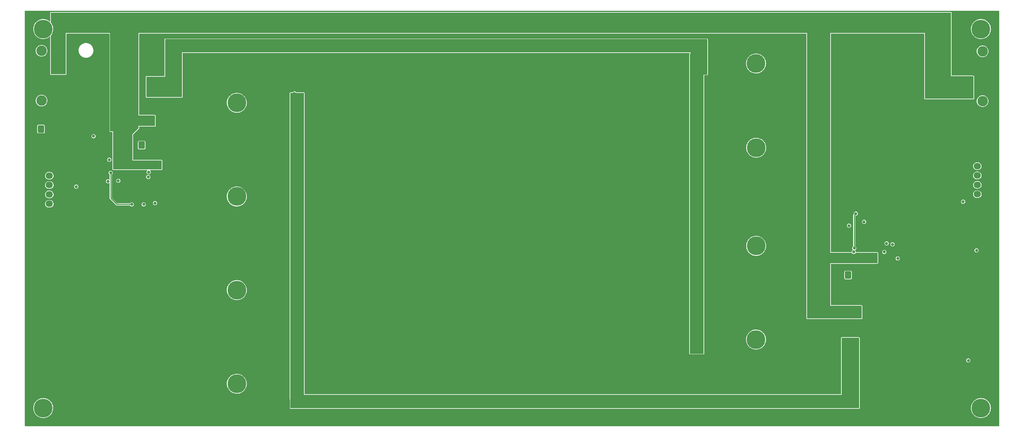
<source format=gbr>
%TF.GenerationSoftware,KiCad,Pcbnew,6.0.6-3a73a75311~116~ubuntu20.04.1*%
%TF.CreationDate,2022-07-12T22:33:22+02:00*%
%TF.ProjectId,LEDBoard_template,4c454442-6f61-4726-945f-74656d706c61,rev?*%
%TF.SameCoordinates,Original*%
%TF.FileFunction,Copper,L3,Inr*%
%TF.FilePolarity,Positive*%
%FSLAX46Y46*%
G04 Gerber Fmt 4.6, Leading zero omitted, Abs format (unit mm)*
G04 Created by KiCad (PCBNEW 6.0.6-3a73a75311~116~ubuntu20.04.1) date 2022-07-12 22:33:22*
%MOMM*%
%LPD*%
G01*
G04 APERTURE LIST*
G04 Aperture macros list*
%AMRoundRect*
0 Rectangle with rounded corners*
0 $1 Rounding radius*
0 $2 $3 $4 $5 $6 $7 $8 $9 X,Y pos of 4 corners*
0 Add a 4 corners polygon primitive as box body*
4,1,4,$2,$3,$4,$5,$6,$7,$8,$9,$2,$3,0*
0 Add four circle primitives for the rounded corners*
1,1,$1+$1,$2,$3*
1,1,$1+$1,$4,$5*
1,1,$1+$1,$6,$7*
1,1,$1+$1,$8,$9*
0 Add four rect primitives between the rounded corners*
20,1,$1+$1,$2,$3,$4,$5,0*
20,1,$1+$1,$4,$5,$6,$7,0*
20,1,$1+$1,$6,$7,$8,$9,0*
20,1,$1+$1,$8,$9,$2,$3,0*%
G04 Aperture macros list end*
%TA.AperFunction,ComponentPad*%
%ADD10C,5.000000*%
%TD*%
%TA.AperFunction,ComponentPad*%
%ADD11C,0.650000*%
%TD*%
%TA.AperFunction,ComponentPad*%
%ADD12C,1.900000*%
%TD*%
%TA.AperFunction,ComponentPad*%
%ADD13C,2.800000*%
%TD*%
%TA.AperFunction,ComponentPad*%
%ADD14C,0.675000*%
%TD*%
%TA.AperFunction,ComponentPad*%
%ADD15RoundRect,0.250000X-0.600000X-0.750000X0.600000X-0.750000X0.600000X0.750000X-0.600000X0.750000X0*%
%TD*%
%TA.AperFunction,ComponentPad*%
%ADD16O,1.700000X2.000000*%
%TD*%
%TA.AperFunction,ComponentPad*%
%ADD17RoundRect,0.250000X-0.725000X0.600000X-0.725000X-0.600000X0.725000X-0.600000X0.725000X0.600000X0*%
%TD*%
%TA.AperFunction,ComponentPad*%
%ADD18O,1.950000X1.700000*%
%TD*%
%TA.AperFunction,ComponentPad*%
%ADD19RoundRect,0.250000X0.725000X-0.600000X0.725000X0.600000X-0.725000X0.600000X-0.725000X-0.600000X0*%
%TD*%
%TA.AperFunction,ViaPad*%
%ADD20C,0.800000*%
%TD*%
%TA.AperFunction,Conductor*%
%ADD21C,0.250000*%
%TD*%
G04 APERTURE END LIST*
D10*
%TO.N,N/C*%
%TO.C,REF\u002A\u002A*%
X355550000Y-110300000D03*
%TD*%
D11*
%TO.N,GND*%
%TO.C,D109*%
X277200000Y-167565000D03*
X277200000Y-168835000D03*
X277200000Y-168200000D03*
X277200000Y-169470000D03*
X277200000Y-166930000D03*
%TD*%
D12*
%TO.N,GND*%
%TO.C,J104*%
X351680000Y-118400000D03*
X351680000Y-121400000D03*
%TO.N,+24V*%
X351680000Y-124400000D03*
X351680000Y-127400000D03*
D13*
%TO.N,N/C*%
X356000000Y-129550000D03*
X356000000Y-116250000D03*
%TD*%
D11*
%TO.N,GND*%
%TO.C,D104*%
X157200000Y-118230000D03*
X157200000Y-119500000D03*
X157200000Y-118865000D03*
X157200000Y-120770000D03*
X157200000Y-120135000D03*
%TD*%
%TO.N,GND*%
%TO.C,D106*%
X237200000Y-141345000D03*
X237200000Y-143250000D03*
X237200000Y-141980000D03*
X237200000Y-140710000D03*
X237200000Y-142615000D03*
%TD*%
%TO.N,GND*%
%TO.C,D114*%
X237200000Y-193835000D03*
X237200000Y-191930000D03*
X237200000Y-192565000D03*
X237200000Y-193200000D03*
X237200000Y-194470000D03*
%TD*%
%TO.N,GND*%
%TO.C,D107*%
X197200000Y-141345000D03*
X197200000Y-142615000D03*
X197200000Y-140710000D03*
X197200000Y-143250000D03*
X197200000Y-141980000D03*
%TD*%
D10*
%TO.N,N/C*%
%TO.C,REF\u002A\u002A*%
X295600000Y-193200000D03*
%TD*%
D11*
%TO.N,GND*%
%TO.C,D208*%
X295600000Y-181270000D03*
X295600000Y-178730000D03*
X295600000Y-180000000D03*
X295600000Y-180635000D03*
X295600000Y-179365000D03*
%TD*%
D14*
%TO.N,GND*%
%TO.C,U103*%
X130225000Y-150125000D03*
X128875000Y-151475000D03*
X130225000Y-151475000D03*
X128875000Y-150125000D03*
%TD*%
D15*
%TO.N,+24V*%
%TO.C,J106*%
X105000000Y-137000000D03*
D16*
%TO.N,GND*%
X107500000Y-137000000D03*
%TD*%
D11*
%TO.N,GND*%
%TO.C,D203*%
X255600000Y-203730000D03*
X255600000Y-206270000D03*
X255600000Y-204365000D03*
X255600000Y-205635000D03*
X255600000Y-205000000D03*
%TD*%
D10*
%TO.N,N/C*%
%TO.C,REF\u002A\u002A*%
X355550000Y-211500000D03*
%TD*%
D11*
%TO.N,GND*%
%TO.C,D205*%
X175600000Y-180635000D03*
X175600000Y-180000000D03*
X175600000Y-179365000D03*
X175600000Y-181270000D03*
X175600000Y-178730000D03*
%TD*%
%TO.N,GND*%
%TO.C,D113*%
X277200000Y-193835000D03*
X277200000Y-194470000D03*
X277200000Y-193200000D03*
X277200000Y-192565000D03*
X277200000Y-191930000D03*
%TD*%
%TO.N,GND*%
%TO.C,D210*%
X215600000Y-153730000D03*
X215600000Y-155635000D03*
X215600000Y-154365000D03*
X215600000Y-155000000D03*
X215600000Y-156270000D03*
%TD*%
%TO.N,GND*%
%TO.C,D111*%
X197200000Y-166930000D03*
X197200000Y-169470000D03*
X197200000Y-168835000D03*
X197200000Y-167565000D03*
X197200000Y-168200000D03*
%TD*%
%TO.N,GND*%
%TO.C,D212*%
X295600000Y-155635000D03*
X295600000Y-154365000D03*
X295600000Y-153730000D03*
X295600000Y-156270000D03*
X295600000Y-155000000D03*
%TD*%
%TO.N,GND*%
%TO.C,D112*%
X157200000Y-167565000D03*
X157200000Y-168200000D03*
X157200000Y-169470000D03*
X157200000Y-168835000D03*
X157200000Y-166930000D03*
%TD*%
%TO.N,GND*%
%TO.C,D206*%
X215600000Y-180635000D03*
X215600000Y-178730000D03*
X215600000Y-181270000D03*
X215600000Y-179365000D03*
X215600000Y-180000000D03*
%TD*%
D10*
%TO.N,N/C*%
%TO.C,REF\u002A\u002A*%
X295600000Y-119500000D03*
%TD*%
D11*
%TO.N,GND*%
%TO.C,D201*%
X175600000Y-206270000D03*
X175600000Y-205635000D03*
X175600000Y-204365000D03*
X175600000Y-203730000D03*
X175600000Y-205000000D03*
%TD*%
%TO.N,GND*%
%TO.C,D102*%
X237200000Y-120770000D03*
X237200000Y-119500000D03*
X237200000Y-118230000D03*
X237200000Y-120135000D03*
X237200000Y-118865000D03*
%TD*%
D12*
%TO.N,GND*%
%TO.C,J103*%
X109470001Y-127250000D03*
X109470001Y-124250000D03*
%TO.N,+24V*%
X109470001Y-121250000D03*
X109470001Y-118250000D03*
D13*
%TO.N,N/C*%
X105150001Y-129400000D03*
X105150001Y-116100000D03*
%TD*%
D11*
%TO.N,GND*%
%TO.C,D103*%
X197200000Y-118865000D03*
X197200000Y-119500000D03*
X197200000Y-120770000D03*
X197200000Y-118230000D03*
X197200000Y-120135000D03*
%TD*%
D10*
%TO.N,N/C*%
%TO.C,REF\u002A\u002A*%
X157200000Y-205000000D03*
%TD*%
D11*
%TO.N,GND*%
%TO.C,D209*%
X175600000Y-156270000D03*
X175600000Y-153730000D03*
X175600000Y-155635000D03*
X175600000Y-155000000D03*
X175600000Y-154365000D03*
%TD*%
D14*
%TO.N,GND*%
%TO.C,U203*%
X326525000Y-167125000D03*
X326525000Y-168475000D03*
X325175000Y-168475000D03*
X325175000Y-167125000D03*
%TD*%
D11*
%TO.N,GND*%
%TO.C,D207*%
X255600000Y-180000000D03*
X255600000Y-180635000D03*
X255600000Y-181270000D03*
X255600000Y-178730000D03*
X255600000Y-179365000D03*
%TD*%
%TO.N,GND*%
%TO.C,D115*%
X197200000Y-192565000D03*
X197200000Y-191930000D03*
X197200000Y-193835000D03*
X197200000Y-194470000D03*
X197200000Y-193200000D03*
%TD*%
%TO.N,GND*%
%TO.C,D204*%
X295600000Y-206270000D03*
X295600000Y-205000000D03*
X295600000Y-203730000D03*
X295600000Y-204365000D03*
X295600000Y-205635000D03*
%TD*%
%TO.N,GND*%
%TO.C,D108*%
X157200000Y-140710000D03*
X157200000Y-143250000D03*
X157200000Y-142615000D03*
X157200000Y-141345000D03*
X157200000Y-141980000D03*
%TD*%
D17*
%TO.N,GND*%
%TO.C,J101*%
X107225000Y-146950000D03*
D18*
%TO.N,/BLUE_PWM*%
X107225000Y-149450000D03*
%TO.N,/EN_BLUE*%
X107225000Y-151950000D03*
%TO.N,/RED_PWM*%
X107225000Y-154450000D03*
%TO.N,/EN_RED*%
X107225000Y-156950000D03*
%TD*%
D11*
%TO.N,GND*%
%TO.C,D116*%
X157200000Y-193200000D03*
X157200000Y-193835000D03*
X157200000Y-192565000D03*
X157200000Y-191930000D03*
X157200000Y-194470000D03*
%TD*%
%TO.N,GND*%
%TO.C,D213*%
X175600000Y-129365000D03*
X175600000Y-131270000D03*
X175600000Y-128730000D03*
X175600000Y-130635000D03*
X175600000Y-130000000D03*
%TD*%
D10*
%TO.N,N/C*%
%TO.C,REF\u002A\u002A*%
X105600000Y-110300000D03*
%TD*%
D11*
%TO.N,GND*%
%TO.C,D211*%
X255600000Y-156270000D03*
X255600000Y-155635000D03*
X255600000Y-155000000D03*
X255600000Y-154365000D03*
X255600000Y-153730000D03*
%TD*%
%TO.N,GND*%
%TO.C,D110*%
X237200000Y-169470000D03*
X237200000Y-168835000D03*
X237200000Y-167565000D03*
X237200000Y-166930000D03*
X237200000Y-168200000D03*
%TD*%
D15*
%TO.N,Net-(J201-Pad1)*%
%TO.C,J201*%
X320150000Y-175975000D03*
D16*
%TO.N,GND*%
X322650000Y-175975000D03*
%TD*%
D10*
%TO.N,N/C*%
%TO.C,REF\u002A\u002A*%
X157200000Y-130000000D03*
%TD*%
D11*
%TO.N,GND*%
%TO.C,D101*%
X277200000Y-118865000D03*
X277200000Y-120135000D03*
X277200000Y-120770000D03*
X277200000Y-118230000D03*
X277200000Y-119500000D03*
%TD*%
%TO.N,GND*%
%TO.C,D216*%
X295600000Y-130635000D03*
X295600000Y-129365000D03*
X295600000Y-131270000D03*
X295600000Y-128730000D03*
X295600000Y-130000000D03*
%TD*%
%TO.N,GND*%
%TO.C,D214*%
X215600000Y-131270000D03*
X215600000Y-130635000D03*
X215600000Y-129365000D03*
X215600000Y-128730000D03*
X215600000Y-130000000D03*
%TD*%
%TO.N,GND*%
%TO.C,D215*%
X255600000Y-129365000D03*
X255600000Y-130000000D03*
X255600000Y-131270000D03*
X255600000Y-128730000D03*
X255600000Y-130635000D03*
%TD*%
D10*
%TO.N,N/C*%
%TO.C,REF\u002A\u002A*%
X157200000Y-155000000D03*
%TD*%
%TO.N,N/C*%
%TO.C,REF\u002A\u002A*%
X105600000Y-211500000D03*
%TD*%
%TO.N,N/C*%
%TO.C,REF\u002A\u002A*%
X295650000Y-168200000D03*
%TD*%
D11*
%TO.N,GND*%
%TO.C,D202*%
X215600000Y-205000000D03*
X215600000Y-205635000D03*
X215600000Y-203730000D03*
X215600000Y-206270000D03*
X215600000Y-204365000D03*
%TD*%
%TO.N,GND*%
%TO.C,D105*%
X277200000Y-141345000D03*
X277200000Y-142615000D03*
X277200000Y-143250000D03*
X277200000Y-141980000D03*
X277200000Y-140710000D03*
%TD*%
D19*
%TO.N,GND*%
%TO.C,J105*%
X354600000Y-156900000D03*
D18*
%TO.N,/BLUE_PWM*%
X354600000Y-154400000D03*
%TO.N,/EN_BLUE*%
X354600000Y-151900000D03*
%TO.N,/RED_PWM*%
X354600000Y-149400000D03*
%TO.N,/EN_RED*%
X354600000Y-146900000D03*
%TD*%
D10*
%TO.N,N/C*%
%TO.C,REF\u002A\u002A*%
X157200000Y-180000000D03*
%TD*%
D15*
%TO.N,Net-(J102-Pad1)*%
%TO.C,J102*%
X131850000Y-141275000D03*
D16*
%TO.N,GND*%
X134350000Y-141275000D03*
%TD*%
D10*
%TO.N,N/C*%
%TO.C,REF\u002A\u002A*%
X295650000Y-142000000D03*
%TD*%
D20*
%TO.N,/VRed*%
X136100000Y-125000000D03*
X133600000Y-126000000D03*
X280960000Y-169800000D03*
X280840000Y-139780000D03*
X138600000Y-126000000D03*
X280900000Y-118630000D03*
X280970000Y-195450000D03*
X280970000Y-193970000D03*
X280960000Y-168450000D03*
X137600000Y-125000000D03*
X138600000Y-124000000D03*
X134600000Y-125000000D03*
X280850000Y-143800000D03*
X280850000Y-141200000D03*
X280980000Y-191060000D03*
X280970000Y-192540000D03*
X280900000Y-117340000D03*
X136600000Y-126000000D03*
X280900000Y-119990000D03*
X280850000Y-142350000D03*
X135400000Y-156800000D03*
X280950000Y-166000000D03*
X280960000Y-167170000D03*
X135100000Y-126000000D03*
X280900000Y-121330000D03*
%TO.N,+24V*%
X327200000Y-171800000D03*
X321200000Y-185400000D03*
X129200000Y-147000000D03*
X134400000Y-135400000D03*
X322600000Y-186600000D03*
X133600000Y-134800000D03*
X322600000Y-185400000D03*
X322400000Y-170600000D03*
X134400000Y-134200000D03*
X321200000Y-186600000D03*
X135600000Y-146400000D03*
%TO.N,/VREG_RED*%
X129200000Y-157100000D03*
X123600000Y-148700000D03*
%TO.N,Net-(R101-Pad1)*%
X125600000Y-150800000D03*
X123200000Y-145200000D03*
%TO.N,/RED_FB*%
X114400000Y-152400000D03*
X119000000Y-138900000D03*
%TO.N,/RED_PWM*%
X350800000Y-156400000D03*
%TO.N,Net-(Q101-Pad3)*%
X132400000Y-157100000D03*
X133600000Y-149800000D03*
%TO.N,/EN_RED*%
X122850000Y-150950000D03*
X354400000Y-169400000D03*
%TO.N,/BLUE_PWM*%
X352200000Y-198800000D03*
%TO.N,/EN_BLUE*%
X332000000Y-167800000D03*
%TO.N,Net-(J102-Pad1)*%
X133700000Y-148500000D03*
%TO.N,/Blue LEDS/VREG_RED*%
X324400000Y-161800000D03*
X329800000Y-169800000D03*
%TO.N,/Blue LEDS/VRed*%
X319100000Y-196400000D03*
X319100000Y-194900000D03*
X172600000Y-182000000D03*
X172100000Y-157500000D03*
X322100000Y-194900000D03*
X172600000Y-204000000D03*
X172600000Y-179000000D03*
X172600000Y-127500000D03*
X172100000Y-156000000D03*
X320400000Y-162800000D03*
X172100000Y-153000000D03*
X320600000Y-196400000D03*
X172600000Y-132000000D03*
X172600000Y-130500000D03*
X172600000Y-129000000D03*
X319100000Y-197900000D03*
X172600000Y-180500000D03*
X322100000Y-196400000D03*
X322100000Y-197900000D03*
X320600000Y-197900000D03*
X172600000Y-207000000D03*
X320600000Y-194900000D03*
X172600000Y-205500000D03*
X172600000Y-202500000D03*
X172100000Y-154500000D03*
X172600000Y-177500000D03*
%TO.N,Net-(J201-Pad1)*%
X321650000Y-169800000D03*
%TO.N,Net-(Q201-Pad3)*%
X322200000Y-159600000D03*
X321800000Y-168800000D03*
%TO.N,Net-(R201-Pad1)*%
X333400000Y-171550000D03*
X330400000Y-167550000D03*
%TD*%
D21*
%TO.N,/VREG_RED*%
X125200000Y-157100000D02*
X129200000Y-157100000D01*
X123600000Y-148700000D02*
X123600000Y-155500000D01*
X123600000Y-155500000D02*
X125200000Y-157100000D01*
%TO.N,Net-(Q201-Pad3)*%
X322200000Y-159600000D02*
X321800000Y-160000000D01*
X321800000Y-168800000D02*
X321800000Y-160000000D01*
%TD*%
%TA.AperFunction,Conductor*%
%TO.N,/VRed*%
G36*
X282573566Y-113017313D02*
G01*
X282598876Y-113061150D01*
X282600000Y-113074000D01*
X282600000Y-122426000D01*
X282582687Y-122473566D01*
X282538850Y-122498876D01*
X282526000Y-122500000D01*
X278100000Y-122500000D01*
X278100000Y-116500000D01*
X142600000Y-116500000D01*
X142600000Y-128426000D01*
X142582687Y-128473566D01*
X142538850Y-128498876D01*
X142526000Y-128500000D01*
X133174000Y-128500000D01*
X133126434Y-128482687D01*
X133101124Y-128438850D01*
X133100000Y-128426000D01*
X133100000Y-123074000D01*
X133117313Y-123026434D01*
X133161150Y-123001124D01*
X133174000Y-123000000D01*
X138100000Y-123000000D01*
X138100000Y-113074000D01*
X138117313Y-113026434D01*
X138161150Y-113001124D01*
X138174000Y-113000000D01*
X282526000Y-113000000D01*
X282573566Y-113017313D01*
G37*
%TD.AperFunction*%
%TD*%
%TA.AperFunction,Conductor*%
%TO.N,+24V*%
G36*
X347573566Y-105917313D02*
G01*
X347598876Y-105961150D01*
X347600000Y-105974000D01*
X347600000Y-122900000D01*
X353526000Y-122900000D01*
X353573566Y-122917313D01*
X353598876Y-122961150D01*
X353600000Y-122974000D01*
X353600000Y-128826000D01*
X353582687Y-128873566D01*
X353538850Y-128898876D01*
X353526000Y-128900000D01*
X340674000Y-128900000D01*
X340626434Y-128882687D01*
X340601124Y-128838850D01*
X340600000Y-128826000D01*
X340600000Y-111400000D01*
X111600000Y-111400000D01*
X111600000Y-122326000D01*
X111582687Y-122373566D01*
X111538850Y-122398876D01*
X111526000Y-122400000D01*
X107674000Y-122400000D01*
X107626434Y-122382687D01*
X107601124Y-122338850D01*
X107600000Y-122326000D01*
X107600000Y-112067878D01*
X107616613Y-112021158D01*
X107754956Y-111851230D01*
X107756362Y-111849503D01*
X107757546Y-111847627D01*
X107757550Y-111847621D01*
X107925712Y-111581101D01*
X107925716Y-111581094D01*
X107926897Y-111579222D01*
X107927843Y-111577224D01*
X107927848Y-111577216D01*
X108062774Y-111292419D01*
X108062776Y-111292415D01*
X108063725Y-111290411D01*
X108164866Y-110987254D01*
X108228854Y-110674141D01*
X108254763Y-110355609D01*
X108255345Y-110300000D01*
X108236113Y-109980995D01*
X108178697Y-109666611D01*
X108083927Y-109361402D01*
X107953176Y-109069789D01*
X107788339Y-108795996D01*
X107770532Y-108773163D01*
X107615647Y-108574561D01*
X107600000Y-108529053D01*
X107600000Y-105974000D01*
X107617313Y-105926434D01*
X107661150Y-105901124D01*
X107674000Y-105900000D01*
X347526000Y-105900000D01*
X347573566Y-105917313D01*
G37*
%TD.AperFunction*%
%TD*%
%TA.AperFunction,Conductor*%
%TO.N,GND*%
G36*
X360393066Y-105447813D02*
G01*
X360418376Y-105491650D01*
X360419500Y-105504500D01*
X360419500Y-216245500D01*
X360402187Y-216293066D01*
X360358350Y-216318376D01*
X360345500Y-216319500D01*
X100774500Y-216319500D01*
X100726934Y-216302187D01*
X100701624Y-216258350D01*
X100700500Y-216245500D01*
X100700500Y-211472194D01*
X102944801Y-211472194D01*
X102944912Y-211474424D01*
X102944912Y-211474427D01*
X102956416Y-211705500D01*
X102960691Y-211791382D01*
X103014812Y-212106350D01*
X103106381Y-212412535D01*
X103234070Y-212705501D01*
X103396031Y-212981006D01*
X103589917Y-213235057D01*
X103812920Y-213463976D01*
X103814651Y-213465370D01*
X103814654Y-213465373D01*
X103998569Y-213613509D01*
X104061809Y-213664446D01*
X104063696Y-213665623D01*
X104063699Y-213665625D01*
X104137567Y-213711693D01*
X104332979Y-213833563D01*
X104622502Y-213968877D01*
X104624608Y-213969567D01*
X104624612Y-213969569D01*
X104924070Y-214067737D01*
X104924075Y-214067738D01*
X104926185Y-214068430D01*
X105239628Y-214130777D01*
X105241844Y-214130946D01*
X105241847Y-214130946D01*
X105490914Y-214149892D01*
X105558292Y-214155017D01*
X105560516Y-214154918D01*
X105560517Y-214154918D01*
X105649335Y-214150963D01*
X105877559Y-214140799D01*
X105879756Y-214140433D01*
X105879759Y-214140433D01*
X106035182Y-214114563D01*
X106192806Y-214088327D01*
X106499466Y-213998363D01*
X106566486Y-213969569D01*
X106791059Y-213873085D01*
X106791065Y-213873082D01*
X106793097Y-213872209D01*
X106859631Y-213833563D01*
X107067524Y-213712809D01*
X107067526Y-213712807D01*
X107069445Y-213711693D01*
X107324509Y-213519140D01*
X107383389Y-213462380D01*
X107552988Y-213298885D01*
X107554592Y-213297339D01*
X107756362Y-213049503D01*
X107757546Y-213047627D01*
X107757550Y-213047621D01*
X107925712Y-212781101D01*
X107925716Y-212781094D01*
X107926897Y-212779222D01*
X107927843Y-212777224D01*
X107927848Y-212777216D01*
X108062774Y-212492419D01*
X108062776Y-212492415D01*
X108063725Y-212490411D01*
X108164866Y-212187254D01*
X108228854Y-211874141D01*
X108254763Y-211555609D01*
X108255345Y-211500000D01*
X108254810Y-211491113D01*
X108236247Y-211183217D01*
X108236247Y-211183216D01*
X108236113Y-211180995D01*
X108178697Y-210866611D01*
X108083927Y-210561402D01*
X107953176Y-210269789D01*
X107952022Y-210267872D01*
X107789488Y-209997904D01*
X107789486Y-209997901D01*
X107788339Y-209995996D01*
X107591804Y-209743989D01*
X107366416Y-209517418D01*
X107115441Y-209319566D01*
X106842515Y-209153297D01*
X106551591Y-209021022D01*
X106246882Y-208924655D01*
X106017681Y-208881554D01*
X105935000Y-208866006D01*
X105934998Y-208866006D01*
X105932803Y-208865593D01*
X105930581Y-208865447D01*
X105930578Y-208865447D01*
X105616122Y-208844836D01*
X105616115Y-208844836D01*
X105613903Y-208844691D01*
X105611685Y-208844813D01*
X105611677Y-208844813D01*
X105435313Y-208854520D01*
X105294802Y-208862253D01*
X104980122Y-208918022D01*
X104674421Y-209011193D01*
X104382127Y-209140415D01*
X104107475Y-209303816D01*
X104085273Y-209320945D01*
X103856208Y-209497666D01*
X103856203Y-209497671D01*
X103854442Y-209499029D01*
X103852851Y-209500596D01*
X103852849Y-209500597D01*
X103835762Y-209517418D01*
X103626694Y-209723227D01*
X103427530Y-209973163D01*
X103259835Y-210245215D01*
X103126038Y-210535443D01*
X103125357Y-210537558D01*
X103125355Y-210537563D01*
X103116991Y-210563536D01*
X103028078Y-210839643D01*
X102967372Y-211153408D01*
X102944801Y-211472194D01*
X100700500Y-211472194D01*
X100700500Y-204972194D01*
X154544801Y-204972194D01*
X154544912Y-204974424D01*
X154544912Y-204974427D01*
X154548954Y-205055609D01*
X154560691Y-205291382D01*
X154614812Y-205606350D01*
X154706381Y-205912535D01*
X154834070Y-206205501D01*
X154996031Y-206481006D01*
X155189917Y-206735057D01*
X155412920Y-206963976D01*
X155414651Y-206965370D01*
X155414654Y-206965373D01*
X155598569Y-207113509D01*
X155661809Y-207164446D01*
X155663696Y-207165623D01*
X155663699Y-207165625D01*
X155737567Y-207211693D01*
X155932979Y-207333563D01*
X156222502Y-207468877D01*
X156224608Y-207469567D01*
X156224612Y-207469569D01*
X156524070Y-207567737D01*
X156524075Y-207567738D01*
X156526185Y-207568430D01*
X156839628Y-207630777D01*
X156841844Y-207630946D01*
X156841847Y-207630946D01*
X157090914Y-207649892D01*
X157158292Y-207655017D01*
X157160516Y-207654918D01*
X157160517Y-207654918D01*
X157249335Y-207650963D01*
X157477559Y-207640799D01*
X157479756Y-207640433D01*
X157479759Y-207640433D01*
X157635182Y-207614563D01*
X157792806Y-207588327D01*
X158099466Y-207498363D01*
X158166486Y-207469569D01*
X158200157Y-207455103D01*
X171294500Y-207455103D01*
X171296930Y-207482485D01*
X171301519Y-207508138D01*
X171303595Y-207512546D01*
X171317666Y-207542431D01*
X171324715Y-207573587D01*
X171341109Y-210868807D01*
X171344136Y-211477142D01*
X171344760Y-211490302D01*
X171345883Y-211502784D01*
X171366091Y-211566602D01*
X171391401Y-211610439D01*
X171406946Y-211632640D01*
X171412250Y-211636354D01*
X171426597Y-211646400D01*
X171472882Y-211678809D01*
X171520448Y-211696122D01*
X171523622Y-211696682D01*
X171523627Y-211696683D01*
X171548636Y-211701092D01*
X171573633Y-211705500D01*
X323026000Y-211705500D01*
X323033065Y-211705192D01*
X323038757Y-211704944D01*
X323038776Y-211704943D01*
X323039550Y-211704909D01*
X323052400Y-211703785D01*
X323056253Y-211702570D01*
X323056254Y-211702570D01*
X323112745Y-211684758D01*
X323112744Y-211684758D01*
X323116602Y-211683542D01*
X323160439Y-211658232D01*
X323161748Y-211657316D01*
X323161755Y-211657311D01*
X323177337Y-211646400D01*
X323182640Y-211642687D01*
X323187075Y-211636354D01*
X323226025Y-211580727D01*
X323228809Y-211576751D01*
X323246122Y-211529185D01*
X323255500Y-211476000D01*
X323255500Y-211472194D01*
X352894801Y-211472194D01*
X352894912Y-211474424D01*
X352894912Y-211474427D01*
X352906416Y-211705500D01*
X352910691Y-211791382D01*
X352964812Y-212106350D01*
X353056381Y-212412535D01*
X353184070Y-212705501D01*
X353346031Y-212981006D01*
X353539917Y-213235057D01*
X353762920Y-213463976D01*
X353764651Y-213465370D01*
X353764654Y-213465373D01*
X353948569Y-213613509D01*
X354011809Y-213664446D01*
X354013696Y-213665623D01*
X354013699Y-213665625D01*
X354087567Y-213711693D01*
X354282979Y-213833563D01*
X354572502Y-213968877D01*
X354574608Y-213969567D01*
X354574612Y-213969569D01*
X354874070Y-214067737D01*
X354874075Y-214067738D01*
X354876185Y-214068430D01*
X355189628Y-214130777D01*
X355191844Y-214130946D01*
X355191847Y-214130946D01*
X355440914Y-214149892D01*
X355508292Y-214155017D01*
X355510516Y-214154918D01*
X355510517Y-214154918D01*
X355599335Y-214150963D01*
X355827559Y-214140799D01*
X355829756Y-214140433D01*
X355829759Y-214140433D01*
X355985182Y-214114563D01*
X356142806Y-214088327D01*
X356449466Y-213998363D01*
X356516486Y-213969569D01*
X356741059Y-213873085D01*
X356741065Y-213873082D01*
X356743097Y-213872209D01*
X356809631Y-213833563D01*
X357017524Y-213712809D01*
X357017526Y-213712807D01*
X357019445Y-213711693D01*
X357274509Y-213519140D01*
X357333389Y-213462380D01*
X357502988Y-213298885D01*
X357504592Y-213297339D01*
X357706362Y-213049503D01*
X357707546Y-213047627D01*
X357707550Y-213047621D01*
X357875712Y-212781101D01*
X357875716Y-212781094D01*
X357876897Y-212779222D01*
X357877843Y-212777224D01*
X357877848Y-212777216D01*
X358012774Y-212492419D01*
X358012776Y-212492415D01*
X358013725Y-212490411D01*
X358114866Y-212187254D01*
X358178854Y-211874141D01*
X358204763Y-211555609D01*
X358205345Y-211500000D01*
X358204810Y-211491113D01*
X358186247Y-211183217D01*
X358186247Y-211183216D01*
X358186113Y-211180995D01*
X358128697Y-210866611D01*
X358033927Y-210561402D01*
X357903176Y-210269789D01*
X357902022Y-210267872D01*
X357739488Y-209997904D01*
X357739486Y-209997901D01*
X357738339Y-209995996D01*
X357541804Y-209743989D01*
X357316416Y-209517418D01*
X357065441Y-209319566D01*
X356792515Y-209153297D01*
X356501591Y-209021022D01*
X356196882Y-208924655D01*
X355967681Y-208881554D01*
X355885000Y-208866006D01*
X355884998Y-208866006D01*
X355882803Y-208865593D01*
X355880581Y-208865447D01*
X355880578Y-208865447D01*
X355566122Y-208844836D01*
X355566115Y-208844836D01*
X355563903Y-208844691D01*
X355561685Y-208844813D01*
X355561677Y-208844813D01*
X355385313Y-208854520D01*
X355244802Y-208862253D01*
X354930122Y-208918022D01*
X354624421Y-209011193D01*
X354332127Y-209140415D01*
X354057475Y-209303816D01*
X354035273Y-209320945D01*
X353806208Y-209497666D01*
X353806203Y-209497671D01*
X353804442Y-209499029D01*
X353802851Y-209500596D01*
X353802849Y-209500597D01*
X353785762Y-209517418D01*
X353576694Y-209723227D01*
X353377530Y-209973163D01*
X353209835Y-210245215D01*
X353076038Y-210535443D01*
X353075357Y-210537558D01*
X353075355Y-210537563D01*
X353066991Y-210563536D01*
X352978078Y-210839643D01*
X352917372Y-211153408D01*
X352894801Y-211472194D01*
X323255500Y-211472194D01*
X323255500Y-198800000D01*
X351644750Y-198800000D01*
X351663670Y-198943709D01*
X351719139Y-199077625D01*
X351807379Y-199192621D01*
X351922375Y-199280861D01*
X352056291Y-199336330D01*
X352200000Y-199355250D01*
X352204808Y-199354617D01*
X352338901Y-199336963D01*
X352343709Y-199336330D01*
X352477625Y-199280861D01*
X352592621Y-199192621D01*
X352680861Y-199077625D01*
X352736330Y-198943709D01*
X352755250Y-198800000D01*
X352736330Y-198656291D01*
X352680861Y-198522375D01*
X352592621Y-198407379D01*
X352477625Y-198319139D01*
X352343709Y-198263670D01*
X352200000Y-198244750D01*
X352056291Y-198263670D01*
X351922375Y-198319139D01*
X351807379Y-198407379D01*
X351719139Y-198522375D01*
X351663670Y-198656291D01*
X351644750Y-198800000D01*
X323255500Y-198800000D01*
X323255500Y-192824000D01*
X323254909Y-192810450D01*
X323253785Y-192797600D01*
X323233542Y-192733398D01*
X323208232Y-192689561D01*
X323192687Y-192667360D01*
X323178339Y-192657313D01*
X323130727Y-192623975D01*
X323126751Y-192621191D01*
X323079185Y-192603878D01*
X323076011Y-192603318D01*
X323076006Y-192603317D01*
X323050997Y-192598908D01*
X323026000Y-192594500D01*
X318474000Y-192594500D01*
X318466935Y-192594808D01*
X318461243Y-192595056D01*
X318461224Y-192595057D01*
X318460450Y-192595091D01*
X318447600Y-192596215D01*
X318443747Y-192597430D01*
X318443746Y-192597430D01*
X318423296Y-192603878D01*
X318383398Y-192616458D01*
X318339561Y-192641768D01*
X318338252Y-192642684D01*
X318338245Y-192642689D01*
X318326066Y-192651217D01*
X318317360Y-192657313D01*
X318313646Y-192662617D01*
X318310325Y-192667360D01*
X318271191Y-192723249D01*
X318253878Y-192770815D01*
X318244500Y-192824000D01*
X318244500Y-207720500D01*
X318227187Y-207768066D01*
X318183350Y-207793376D01*
X318170500Y-207794500D01*
X175329500Y-207794500D01*
X175281934Y-207777187D01*
X175256624Y-207733350D01*
X175255500Y-207720500D01*
X175255500Y-127434000D01*
X175255122Y-127425326D01*
X175254944Y-127421243D01*
X175254943Y-127421224D01*
X175254909Y-127420450D01*
X175253785Y-127407600D01*
X175233542Y-127343398D01*
X175208232Y-127299561D01*
X175192687Y-127277360D01*
X175178339Y-127267313D01*
X175130727Y-127233975D01*
X175126751Y-127231191D01*
X175079185Y-127213878D01*
X175076011Y-127213318D01*
X175076006Y-127213317D01*
X175050997Y-127208908D01*
X175026000Y-127204500D01*
X173103638Y-127204500D01*
X173056072Y-127187187D01*
X173044930Y-127175549D01*
X172995574Y-127111227D01*
X172995573Y-127111226D01*
X172992621Y-127107379D01*
X172877625Y-127019139D01*
X172743709Y-126963670D01*
X172600000Y-126944750D01*
X172456291Y-126963670D01*
X172322375Y-127019139D01*
X172207379Y-127107379D01*
X172204427Y-127111226D01*
X172204426Y-127111227D01*
X172155070Y-127175549D01*
X172112378Y-127202746D01*
X172096362Y-127204500D01*
X171524000Y-127204500D01*
X171516935Y-127204808D01*
X171511243Y-127205056D01*
X171511224Y-127205057D01*
X171510450Y-127205091D01*
X171497600Y-127206215D01*
X171493747Y-127207430D01*
X171493746Y-127207430D01*
X171473296Y-127213878D01*
X171433398Y-127226458D01*
X171389561Y-127251768D01*
X171388252Y-127252684D01*
X171388245Y-127252689D01*
X171376066Y-127261217D01*
X171367360Y-127267313D01*
X171363646Y-127272617D01*
X171360325Y-127277360D01*
X171321191Y-127333249D01*
X171303878Y-127380815D01*
X171294500Y-127434000D01*
X171294500Y-207455103D01*
X158200157Y-207455103D01*
X158391059Y-207373085D01*
X158391065Y-207373082D01*
X158393097Y-207372209D01*
X158459631Y-207333563D01*
X158667524Y-207212809D01*
X158667526Y-207212807D01*
X158669445Y-207211693D01*
X158924509Y-207019140D01*
X158983389Y-206962380D01*
X159152988Y-206798885D01*
X159154592Y-206797339D01*
X159356362Y-206549503D01*
X159357546Y-206547627D01*
X159357550Y-206547621D01*
X159525712Y-206281101D01*
X159525716Y-206281094D01*
X159526897Y-206279222D01*
X159527843Y-206277224D01*
X159527848Y-206277216D01*
X159662774Y-205992419D01*
X159662776Y-205992415D01*
X159663725Y-205990411D01*
X159764866Y-205687254D01*
X159828854Y-205374141D01*
X159854763Y-205055609D01*
X159855345Y-205000000D01*
X159853804Y-204974427D01*
X159836247Y-204683217D01*
X159836247Y-204683216D01*
X159836113Y-204680995D01*
X159778697Y-204366611D01*
X159683927Y-204061402D01*
X159553176Y-203769789D01*
X159552022Y-203767872D01*
X159389488Y-203497904D01*
X159389486Y-203497901D01*
X159388339Y-203495996D01*
X159191804Y-203243989D01*
X158966416Y-203017418D01*
X158715441Y-202819566D01*
X158442515Y-202653297D01*
X158151591Y-202521022D01*
X157846882Y-202424655D01*
X157617681Y-202381554D01*
X157535000Y-202366006D01*
X157534998Y-202366006D01*
X157532803Y-202365593D01*
X157530581Y-202365447D01*
X157530578Y-202365447D01*
X157216122Y-202344836D01*
X157216115Y-202344836D01*
X157213903Y-202344691D01*
X157211685Y-202344813D01*
X157211677Y-202344813D01*
X157035313Y-202354520D01*
X156894802Y-202362253D01*
X156580122Y-202418022D01*
X156274421Y-202511193D01*
X155982127Y-202640415D01*
X155707475Y-202803816D01*
X155685273Y-202820945D01*
X155456208Y-202997666D01*
X155456203Y-202997671D01*
X155454442Y-202999029D01*
X155452851Y-203000596D01*
X155452849Y-203000597D01*
X155435762Y-203017418D01*
X155226694Y-203223227D01*
X155027530Y-203473163D01*
X154859835Y-203745215D01*
X154726038Y-204035443D01*
X154725357Y-204037558D01*
X154725355Y-204037563D01*
X154716991Y-204063536D01*
X154628078Y-204339643D01*
X154567372Y-204653408D01*
X154544801Y-204972194D01*
X100700500Y-204972194D01*
X100700500Y-179972194D01*
X154544801Y-179972194D01*
X154544912Y-179974424D01*
X154544912Y-179974427D01*
X154548954Y-180055609D01*
X154560691Y-180291382D01*
X154614812Y-180606350D01*
X154706381Y-180912535D01*
X154834070Y-181205501D01*
X154996031Y-181481006D01*
X155189917Y-181735057D01*
X155412920Y-181963976D01*
X155414651Y-181965370D01*
X155414654Y-181965373D01*
X155598569Y-182113509D01*
X155661809Y-182164446D01*
X155663696Y-182165623D01*
X155663699Y-182165625D01*
X155737567Y-182211693D01*
X155932979Y-182333563D01*
X156222502Y-182468877D01*
X156224608Y-182469567D01*
X156224612Y-182469569D01*
X156524070Y-182567737D01*
X156524075Y-182567738D01*
X156526185Y-182568430D01*
X156839628Y-182630777D01*
X156841844Y-182630946D01*
X156841847Y-182630946D01*
X157090914Y-182649892D01*
X157158292Y-182655017D01*
X157160516Y-182654918D01*
X157160517Y-182654918D01*
X157249335Y-182650963D01*
X157477559Y-182640799D01*
X157479756Y-182640433D01*
X157479759Y-182640433D01*
X157635183Y-182614563D01*
X157792806Y-182588327D01*
X158099466Y-182498363D01*
X158166486Y-182469569D01*
X158391059Y-182373085D01*
X158391065Y-182373082D01*
X158393097Y-182372209D01*
X158459631Y-182333563D01*
X158667524Y-182212809D01*
X158667526Y-182212807D01*
X158669445Y-182211693D01*
X158924509Y-182019140D01*
X158983389Y-181962380D01*
X159152988Y-181798885D01*
X159154592Y-181797339D01*
X159356362Y-181549503D01*
X159357546Y-181547627D01*
X159357550Y-181547621D01*
X159525712Y-181281101D01*
X159525716Y-181281094D01*
X159526897Y-181279222D01*
X159527843Y-181277224D01*
X159527848Y-181277216D01*
X159662774Y-180992419D01*
X159662776Y-180992415D01*
X159663725Y-180990411D01*
X159764866Y-180687254D01*
X159828854Y-180374141D01*
X159854763Y-180055609D01*
X159855345Y-180000000D01*
X159853804Y-179974427D01*
X159836247Y-179683217D01*
X159836247Y-179683216D01*
X159836113Y-179680995D01*
X159778697Y-179366611D01*
X159683927Y-179061402D01*
X159553176Y-178769789D01*
X159552022Y-178767872D01*
X159389488Y-178497904D01*
X159389486Y-178497901D01*
X159388339Y-178495996D01*
X159191804Y-178243989D01*
X158966416Y-178017418D01*
X158715441Y-177819566D01*
X158442515Y-177653297D01*
X158151591Y-177521022D01*
X157846882Y-177424655D01*
X157617681Y-177381554D01*
X157535000Y-177366006D01*
X157534998Y-177366006D01*
X157532803Y-177365593D01*
X157530581Y-177365447D01*
X157530578Y-177365447D01*
X157216122Y-177344836D01*
X157216115Y-177344836D01*
X157213903Y-177344691D01*
X157211685Y-177344813D01*
X157211677Y-177344813D01*
X157035313Y-177354520D01*
X156894802Y-177362253D01*
X156580122Y-177418022D01*
X156274421Y-177511193D01*
X155982127Y-177640415D01*
X155707475Y-177803816D01*
X155685273Y-177820945D01*
X155456208Y-177997666D01*
X155456203Y-177997671D01*
X155454442Y-177999029D01*
X155452851Y-178000596D01*
X155452849Y-178000597D01*
X155435762Y-178017418D01*
X155226694Y-178223227D01*
X155027530Y-178473163D01*
X154859835Y-178745215D01*
X154726038Y-179035443D01*
X154725357Y-179037558D01*
X154725355Y-179037563D01*
X154716991Y-179063536D01*
X154628078Y-179339643D01*
X154567372Y-179653408D01*
X154544801Y-179972194D01*
X100700500Y-179972194D01*
X100700500Y-156999126D01*
X106095541Y-156999126D01*
X106096102Y-157002835D01*
X106096102Y-157002836D01*
X106120722Y-157165625D01*
X106125935Y-157200097D01*
X106196119Y-157390852D01*
X106198094Y-157394037D01*
X106253203Y-157482919D01*
X106303226Y-157563599D01*
X106442881Y-157711280D01*
X106445946Y-157713426D01*
X106445947Y-157713427D01*
X106535021Y-157775797D01*
X106609379Y-157827863D01*
X106690921Y-157863149D01*
X106792484Y-157907100D01*
X106792488Y-157907101D01*
X106795919Y-157908586D01*
X106799581Y-157909351D01*
X106799584Y-157909352D01*
X106981272Y-157947308D01*
X106994880Y-157950151D01*
X106997708Y-157950299D01*
X106997714Y-157950300D01*
X107000578Y-157950450D01*
X107000592Y-157950450D01*
X107001539Y-157950500D01*
X107400800Y-157950500D01*
X107402657Y-157950311D01*
X107402664Y-157950311D01*
X107548485Y-157935499D01*
X107552216Y-157935120D01*
X107634442Y-157909352D01*
X107742596Y-157875459D01*
X107742599Y-157875458D01*
X107746172Y-157874338D01*
X107923944Y-157775797D01*
X107996713Y-157713427D01*
X108075422Y-157645965D01*
X108075423Y-157645964D01*
X108078271Y-157643523D01*
X108202848Y-157482919D01*
X108292587Y-157300545D01*
X108343822Y-157103852D01*
X108349310Y-156999126D01*
X108354263Y-156904619D01*
X108354263Y-156904616D01*
X108354459Y-156900874D01*
X108351432Y-156880861D01*
X108324626Y-156703610D01*
X108324625Y-156703607D01*
X108324065Y-156699903D01*
X108253881Y-156509148D01*
X108198881Y-156420442D01*
X108148748Y-156339584D01*
X108148746Y-156339581D01*
X108146774Y-156336401D01*
X108007119Y-156188720D01*
X107918463Y-156126642D01*
X107843696Y-156074290D01*
X107843695Y-156074289D01*
X107840621Y-156072137D01*
X107759079Y-156036851D01*
X107657516Y-155992900D01*
X107657512Y-155992899D01*
X107654081Y-155991414D01*
X107650419Y-155990649D01*
X107650416Y-155990648D01*
X107457901Y-155950430D01*
X107455120Y-155949849D01*
X107452292Y-155949701D01*
X107452286Y-155949700D01*
X107449422Y-155949550D01*
X107449408Y-155949550D01*
X107448461Y-155949500D01*
X107049200Y-155949500D01*
X107047343Y-155949689D01*
X107047336Y-155949689D01*
X106901515Y-155964501D01*
X106897784Y-155964880D01*
X106894207Y-155966001D01*
X106707404Y-156024541D01*
X106707401Y-156024542D01*
X106703828Y-156025662D01*
X106526056Y-156124203D01*
X106523212Y-156126641D01*
X106523210Y-156126642D01*
X106377174Y-156251810D01*
X106371729Y-156256477D01*
X106247152Y-156417081D01*
X106157413Y-156599455D01*
X106106178Y-156796148D01*
X106105982Y-156799886D01*
X106105982Y-156799887D01*
X106097467Y-156962380D01*
X106095541Y-156999126D01*
X100700500Y-156999126D01*
X100700500Y-154499126D01*
X106095541Y-154499126D01*
X106096102Y-154502835D01*
X106096102Y-154502836D01*
X106119212Y-154655640D01*
X106125935Y-154700097D01*
X106196119Y-154890852D01*
X106224035Y-154935876D01*
X106273913Y-155016321D01*
X106303226Y-155063599D01*
X106442881Y-155211280D01*
X106445946Y-155213426D01*
X106445947Y-155213427D01*
X106560409Y-155293574D01*
X106609379Y-155327863D01*
X106672625Y-155355232D01*
X106792484Y-155407100D01*
X106792488Y-155407101D01*
X106795919Y-155408586D01*
X106799581Y-155409351D01*
X106799584Y-155409352D01*
X106981272Y-155447308D01*
X106994880Y-155450151D01*
X106997708Y-155450299D01*
X106997714Y-155450300D01*
X107000578Y-155450450D01*
X107000592Y-155450450D01*
X107001539Y-155450500D01*
X107400800Y-155450500D01*
X107402657Y-155450311D01*
X107402664Y-155450311D01*
X107548485Y-155435499D01*
X107552216Y-155435120D01*
X107634442Y-155409352D01*
X107742596Y-155375459D01*
X107742599Y-155375458D01*
X107746172Y-155374338D01*
X107923944Y-155275797D01*
X107980162Y-155227613D01*
X108075422Y-155145965D01*
X108075423Y-155145964D01*
X108078271Y-155143523D01*
X108202848Y-154982919D01*
X108208126Y-154972194D01*
X108271186Y-154844037D01*
X108292587Y-154800545D01*
X108343822Y-154603852D01*
X108349310Y-154499126D01*
X108354263Y-154404619D01*
X108354263Y-154404616D01*
X108354459Y-154400874D01*
X108338072Y-154292521D01*
X108324626Y-154203610D01*
X108324625Y-154203607D01*
X108324065Y-154199903D01*
X108253881Y-154009148D01*
X108198881Y-153920442D01*
X108148748Y-153839584D01*
X108148746Y-153839581D01*
X108146774Y-153836401D01*
X108007119Y-153688720D01*
X107918463Y-153626642D01*
X107843696Y-153574290D01*
X107843695Y-153574289D01*
X107840621Y-153572137D01*
X107759079Y-153536851D01*
X107657516Y-153492900D01*
X107657512Y-153492899D01*
X107654081Y-153491414D01*
X107650419Y-153490649D01*
X107650416Y-153490648D01*
X107457901Y-153450430D01*
X107455120Y-153449849D01*
X107452292Y-153449701D01*
X107452286Y-153449700D01*
X107449422Y-153449550D01*
X107449408Y-153449550D01*
X107448461Y-153449500D01*
X107049200Y-153449500D01*
X107047343Y-153449689D01*
X107047336Y-153449689D01*
X106901515Y-153464501D01*
X106897784Y-153464880D01*
X106894207Y-153466001D01*
X106707404Y-153524541D01*
X106707401Y-153524542D01*
X106703828Y-153525662D01*
X106526056Y-153624203D01*
X106523212Y-153626641D01*
X106523210Y-153626642D01*
X106382518Y-153747230D01*
X106371729Y-153756477D01*
X106247152Y-153917081D01*
X106245499Y-153920441D01*
X106245498Y-153920442D01*
X106224723Y-153962663D01*
X106157413Y-154099455D01*
X106106178Y-154296148D01*
X106105982Y-154299886D01*
X106105982Y-154299887D01*
X106100494Y-154404619D01*
X106095541Y-154499126D01*
X100700500Y-154499126D01*
X100700500Y-151999126D01*
X106095541Y-151999126D01*
X106096102Y-152002835D01*
X106096102Y-152002836D01*
X106117813Y-152146390D01*
X106125935Y-152200097D01*
X106196119Y-152390852D01*
X106224035Y-152435876D01*
X106290894Y-152543709D01*
X106303226Y-152563599D01*
X106442881Y-152711280D01*
X106445946Y-152713426D01*
X106445947Y-152713427D01*
X106599499Y-152820945D01*
X106609379Y-152827863D01*
X106676942Y-152857100D01*
X106792484Y-152907100D01*
X106792488Y-152907101D01*
X106795919Y-152908586D01*
X106799581Y-152909351D01*
X106799584Y-152909352D01*
X106928722Y-152936330D01*
X106994880Y-152950151D01*
X106997708Y-152950299D01*
X106997714Y-152950300D01*
X107000578Y-152950450D01*
X107000592Y-152950450D01*
X107001539Y-152950500D01*
X107400800Y-152950500D01*
X107402657Y-152950311D01*
X107402664Y-152950311D01*
X107548485Y-152935499D01*
X107552216Y-152935120D01*
X107634442Y-152909352D01*
X107742596Y-152875459D01*
X107742599Y-152875458D01*
X107746172Y-152874338D01*
X107923944Y-152775797D01*
X107980162Y-152727613D01*
X108075422Y-152645965D01*
X108075423Y-152645964D01*
X108078271Y-152643523D01*
X108202848Y-152482919D01*
X108243649Y-152400000D01*
X113844750Y-152400000D01*
X113863670Y-152543709D01*
X113919139Y-152677625D01*
X114007379Y-152792621D01*
X114122375Y-152880861D01*
X114256291Y-152936330D01*
X114400000Y-152955250D01*
X114404808Y-152954617D01*
X114538901Y-152936963D01*
X114543709Y-152936330D01*
X114677625Y-152880861D01*
X114792621Y-152792621D01*
X114880861Y-152677625D01*
X114936330Y-152543709D01*
X114955250Y-152400000D01*
X114936330Y-152256291D01*
X114880861Y-152122375D01*
X114792621Y-152007379D01*
X114677625Y-151919139D01*
X114543709Y-151863670D01*
X114400000Y-151844750D01*
X114256291Y-151863670D01*
X114122375Y-151919139D01*
X114007379Y-152007379D01*
X113919139Y-152122375D01*
X113863670Y-152256291D01*
X113844750Y-152400000D01*
X108243649Y-152400000D01*
X108292587Y-152300545D01*
X108343822Y-152103852D01*
X108348878Y-152007379D01*
X108354263Y-151904619D01*
X108354263Y-151904616D01*
X108354459Y-151900874D01*
X108349113Y-151865526D01*
X108324626Y-151703610D01*
X108324625Y-151703607D01*
X108324065Y-151699903D01*
X108253881Y-151509148D01*
X108205341Y-151430861D01*
X108148748Y-151339584D01*
X108148746Y-151339581D01*
X108146774Y-151336401D01*
X108007119Y-151188720D01*
X107918463Y-151126642D01*
X107843696Y-151074290D01*
X107843695Y-151074289D01*
X107840621Y-151072137D01*
X107759079Y-151036851D01*
X107657516Y-150992900D01*
X107657512Y-150992899D01*
X107654081Y-150991414D01*
X107650419Y-150990649D01*
X107650416Y-150990648D01*
X107457901Y-150950430D01*
X107455843Y-150950000D01*
X122294750Y-150950000D01*
X122313670Y-151093709D01*
X122369139Y-151227625D01*
X122457379Y-151342621D01*
X122572375Y-151430861D01*
X122706291Y-151486330D01*
X122850000Y-151505250D01*
X122854808Y-151504617D01*
X122988901Y-151486963D01*
X122993709Y-151486330D01*
X123127625Y-151430861D01*
X123205452Y-151371142D01*
X123253728Y-151355920D01*
X123300494Y-151375291D01*
X123323867Y-151420191D01*
X123324500Y-151429850D01*
X123324500Y-155465580D01*
X123323078Y-155480016D01*
X123319103Y-155500000D01*
X123324500Y-155527132D01*
X123324500Y-155527133D01*
X123340485Y-155607495D01*
X123401376Y-155698624D01*
X123418318Y-155709944D01*
X123429529Y-155719145D01*
X124980855Y-157270471D01*
X124990056Y-157281682D01*
X125001376Y-157298624D01*
X125024377Y-157313993D01*
X125024378Y-157313994D01*
X125036179Y-157321879D01*
X125092505Y-157359515D01*
X125099650Y-157360936D01*
X125099652Y-157360937D01*
X125172865Y-157375500D01*
X125172868Y-157375500D01*
X125200000Y-157380897D01*
X125219984Y-157376922D01*
X125234420Y-157375500D01*
X128681016Y-157375500D01*
X128728582Y-157392813D01*
X128739721Y-157404448D01*
X128807379Y-157492621D01*
X128922375Y-157580861D01*
X129056291Y-157636330D01*
X129200000Y-157655250D01*
X129204808Y-157654617D01*
X129338901Y-157636963D01*
X129343709Y-157636330D01*
X129477625Y-157580861D01*
X129592621Y-157492621D01*
X129680861Y-157377625D01*
X129736330Y-157243709D01*
X129755250Y-157100000D01*
X131844750Y-157100000D01*
X131863670Y-157243709D01*
X131919139Y-157377625D01*
X132007379Y-157492621D01*
X132122375Y-157580861D01*
X132256291Y-157636330D01*
X132400000Y-157655250D01*
X132404808Y-157654617D01*
X132538901Y-157636963D01*
X132543709Y-157636330D01*
X132677625Y-157580861D01*
X132792621Y-157492621D01*
X132880861Y-157377625D01*
X132936330Y-157243709D01*
X132955250Y-157100000D01*
X132936330Y-156956291D01*
X132880861Y-156822375D01*
X132863692Y-156800000D01*
X134844750Y-156800000D01*
X134863670Y-156943709D01*
X134919139Y-157077625D01*
X135007379Y-157192621D01*
X135122375Y-157280861D01*
X135221403Y-157321879D01*
X135246772Y-157332387D01*
X135256291Y-157336330D01*
X135400000Y-157355250D01*
X135404808Y-157354617D01*
X135538901Y-157336963D01*
X135543709Y-157336330D01*
X135553229Y-157332387D01*
X135578597Y-157321879D01*
X135677625Y-157280861D01*
X135792621Y-157192621D01*
X135880861Y-157077625D01*
X135936330Y-156943709D01*
X135955250Y-156800000D01*
X135936330Y-156656291D01*
X135880861Y-156522375D01*
X135792621Y-156407379D01*
X135677625Y-156319139D01*
X135543709Y-156263670D01*
X135400000Y-156244750D01*
X135256291Y-156263670D01*
X135122375Y-156319139D01*
X135007379Y-156407379D01*
X134919139Y-156522375D01*
X134863670Y-156656291D01*
X134844750Y-156800000D01*
X132863692Y-156800000D01*
X132792621Y-156707379D01*
X132677625Y-156619139D01*
X132543709Y-156563670D01*
X132400000Y-156544750D01*
X132256291Y-156563670D01*
X132122375Y-156619139D01*
X132007379Y-156707379D01*
X131919139Y-156822375D01*
X131863670Y-156956291D01*
X131844750Y-157100000D01*
X129755250Y-157100000D01*
X129736330Y-156956291D01*
X129680861Y-156822375D01*
X129592621Y-156707379D01*
X129477625Y-156619139D01*
X129343709Y-156563670D01*
X129200000Y-156544750D01*
X129056291Y-156563670D01*
X128922375Y-156619139D01*
X128807379Y-156707379D01*
X128739723Y-156795550D01*
X128697032Y-156822746D01*
X128681016Y-156824500D01*
X125344768Y-156824500D01*
X125297202Y-156807187D01*
X125292442Y-156802826D01*
X123897174Y-155407558D01*
X123875782Y-155361682D01*
X123875500Y-155355232D01*
X123875500Y-154972194D01*
X154544801Y-154972194D01*
X154544912Y-154974424D01*
X154544912Y-154974427D01*
X154560006Y-155277613D01*
X154560691Y-155291382D01*
X154614812Y-155606350D01*
X154615449Y-155608481D01*
X154615450Y-155608484D01*
X154647004Y-155713993D01*
X154706381Y-155912535D01*
X154707268Y-155914569D01*
X154707269Y-155914573D01*
X154729684Y-155966001D01*
X154834070Y-156205501D01*
X154835194Y-156207412D01*
X154835196Y-156207417D01*
X154900874Y-156319139D01*
X154996031Y-156481006D01*
X155189917Y-156735057D01*
X155253072Y-156799887D01*
X155405434Y-156956291D01*
X155412920Y-156963976D01*
X155414651Y-156965370D01*
X155414654Y-156965373D01*
X155581938Y-157100113D01*
X155661809Y-157164446D01*
X155663696Y-157165623D01*
X155663699Y-157165625D01*
X155901601Y-157313994D01*
X155932979Y-157333563D01*
X155934988Y-157334502D01*
X155934990Y-157334503D01*
X156062371Y-157394037D01*
X156222502Y-157468877D01*
X156224608Y-157469567D01*
X156224612Y-157469569D01*
X156524070Y-157567737D01*
X156524075Y-157567738D01*
X156526185Y-157568430D01*
X156839628Y-157630777D01*
X156841844Y-157630946D01*
X156841847Y-157630946D01*
X157090914Y-157649892D01*
X157158292Y-157655017D01*
X157160516Y-157654918D01*
X157160517Y-157654918D01*
X157249335Y-157650963D01*
X157477559Y-157640799D01*
X157479756Y-157640433D01*
X157479759Y-157640433D01*
X157635183Y-157614563D01*
X157792806Y-157588327D01*
X158099466Y-157498363D01*
X158166486Y-157469569D01*
X158391059Y-157373085D01*
X158391065Y-157373082D01*
X158393097Y-157372209D01*
X158414951Y-157359515D01*
X158667524Y-157212809D01*
X158667526Y-157212807D01*
X158669445Y-157211693D01*
X158807491Y-157107479D01*
X158922733Y-157020481D01*
X158922736Y-157020479D01*
X158924509Y-157019140D01*
X158945271Y-156999126D01*
X159148900Y-156802826D01*
X159154592Y-156797339D01*
X159356362Y-156549503D01*
X159357546Y-156547627D01*
X159357550Y-156547621D01*
X159525712Y-156281101D01*
X159525716Y-156281094D01*
X159526897Y-156279222D01*
X159527843Y-156277224D01*
X159527848Y-156277216D01*
X159662774Y-155992419D01*
X159662776Y-155992415D01*
X159663725Y-155990411D01*
X159764866Y-155687254D01*
X159828854Y-155374141D01*
X159854763Y-155055609D01*
X159855345Y-155000000D01*
X159854494Y-154985876D01*
X159836247Y-154683217D01*
X159836247Y-154683216D01*
X159836113Y-154680995D01*
X159778697Y-154366611D01*
X159778034Y-154364475D01*
X159684590Y-154063536D01*
X159684588Y-154063530D01*
X159683927Y-154061402D01*
X159553176Y-153769789D01*
X159552022Y-153767872D01*
X159389488Y-153497904D01*
X159389486Y-153497901D01*
X159388339Y-153495996D01*
X159385925Y-153492900D01*
X159345174Y-153440648D01*
X159191804Y-153243989D01*
X158966416Y-153017418D01*
X158715441Y-152819566D01*
X158533228Y-152708560D01*
X158444426Y-152654461D01*
X158444424Y-152654460D01*
X158442515Y-152653297D01*
X158151591Y-152521022D01*
X157934640Y-152452409D01*
X157849004Y-152425326D01*
X157849002Y-152425326D01*
X157846882Y-152424655D01*
X157617681Y-152381554D01*
X157535000Y-152366006D01*
X157534998Y-152366006D01*
X157532803Y-152365593D01*
X157530581Y-152365447D01*
X157530578Y-152365447D01*
X157216122Y-152344836D01*
X157216115Y-152344836D01*
X157213903Y-152344691D01*
X157211685Y-152344813D01*
X157211677Y-152344813D01*
X157035313Y-152354520D01*
X156894802Y-152362253D01*
X156580122Y-152418022D01*
X156274421Y-152511193D01*
X155982127Y-152640415D01*
X155867586Y-152708560D01*
X155748594Y-152779353D01*
X155707475Y-152803816D01*
X155638409Y-152857100D01*
X155456208Y-152997666D01*
X155456203Y-152997671D01*
X155454442Y-152999029D01*
X155452851Y-153000596D01*
X155452849Y-153000597D01*
X155435762Y-153017418D01*
X155226694Y-153223227D01*
X155027530Y-153473163D01*
X154859835Y-153745215D01*
X154726038Y-154035443D01*
X154725357Y-154037558D01*
X154725355Y-154037563D01*
X154704256Y-154103084D01*
X154628078Y-154339643D01*
X154567372Y-154653408D01*
X154544801Y-154972194D01*
X123875500Y-154972194D01*
X123875500Y-150800000D01*
X125044750Y-150800000D01*
X125063670Y-150943709D01*
X125065526Y-150948190D01*
X125066213Y-150949849D01*
X125119139Y-151077625D01*
X125207379Y-151192621D01*
X125322375Y-151280861D01*
X125456291Y-151336330D01*
X125600000Y-151355250D01*
X125604808Y-151354617D01*
X125738901Y-151336963D01*
X125743709Y-151336330D01*
X125877625Y-151280861D01*
X125992621Y-151192621D01*
X126080861Y-151077625D01*
X126133787Y-150949849D01*
X126134474Y-150948190D01*
X126136330Y-150943709D01*
X126155250Y-150800000D01*
X126136330Y-150656291D01*
X126080861Y-150522375D01*
X125992621Y-150407379D01*
X125877625Y-150319139D01*
X125743709Y-150263670D01*
X125600000Y-150244750D01*
X125456291Y-150263670D01*
X125322375Y-150319139D01*
X125207379Y-150407379D01*
X125119139Y-150522375D01*
X125063670Y-150656291D01*
X125044750Y-150800000D01*
X123875500Y-150800000D01*
X123875500Y-149800000D01*
X133044750Y-149800000D01*
X133063670Y-149943709D01*
X133119139Y-150077625D01*
X133207379Y-150192621D01*
X133322375Y-150280861D01*
X133456291Y-150336330D01*
X133600000Y-150355250D01*
X133604808Y-150354617D01*
X133738901Y-150336963D01*
X133743709Y-150336330D01*
X133877625Y-150280861D01*
X133992621Y-150192621D01*
X134080861Y-150077625D01*
X134136330Y-149943709D01*
X134155250Y-149800000D01*
X134136330Y-149656291D01*
X134080861Y-149522375D01*
X133992621Y-149407379D01*
X133877625Y-149319139D01*
X133743709Y-149263670D01*
X133600000Y-149244750D01*
X133456291Y-149263670D01*
X133322375Y-149319139D01*
X133207379Y-149407379D01*
X133119139Y-149522375D01*
X133063670Y-149656291D01*
X133044750Y-149800000D01*
X123875500Y-149800000D01*
X123875500Y-149218984D01*
X123892813Y-149171418D01*
X123904448Y-149160279D01*
X123992621Y-149092621D01*
X124080861Y-148977625D01*
X124136330Y-148843709D01*
X124137651Y-148833679D01*
X124154617Y-148704808D01*
X124155250Y-148700000D01*
X124136330Y-148556291D01*
X124080861Y-148422375D01*
X123992621Y-148307379D01*
X123877625Y-148219139D01*
X123743709Y-148163670D01*
X123600000Y-148144750D01*
X123456291Y-148163670D01*
X123322375Y-148219139D01*
X123207379Y-148307379D01*
X123119139Y-148422375D01*
X123063670Y-148556291D01*
X123044750Y-148700000D01*
X123045383Y-148704808D01*
X123062350Y-148833679D01*
X123063670Y-148843709D01*
X123119139Y-148977625D01*
X123207379Y-149092621D01*
X123295550Y-149160277D01*
X123322746Y-149202968D01*
X123324500Y-149218984D01*
X123324500Y-150470150D01*
X123307187Y-150517716D01*
X123263350Y-150543026D01*
X123213500Y-150534236D01*
X123205452Y-150528858D01*
X123190931Y-150517716D01*
X123127625Y-150469139D01*
X122993709Y-150413670D01*
X122850000Y-150394750D01*
X122706291Y-150413670D01*
X122572375Y-150469139D01*
X122457379Y-150557379D01*
X122369139Y-150672375D01*
X122313670Y-150806291D01*
X122294750Y-150950000D01*
X107455843Y-150950000D01*
X107455120Y-150949849D01*
X107452292Y-150949701D01*
X107452286Y-150949700D01*
X107449422Y-150949550D01*
X107449408Y-150949550D01*
X107448461Y-150949500D01*
X107049200Y-150949500D01*
X107047343Y-150949689D01*
X107047336Y-150949689D01*
X106901515Y-150964501D01*
X106897784Y-150964880D01*
X106894207Y-150966001D01*
X106707404Y-151024541D01*
X106707401Y-151024542D01*
X106703828Y-151025662D01*
X106526056Y-151124203D01*
X106523212Y-151126641D01*
X106523210Y-151126642D01*
X106432914Y-151204035D01*
X106371729Y-151256477D01*
X106247152Y-151417081D01*
X106245499Y-151420441D01*
X106245498Y-151420442D01*
X106224723Y-151462663D01*
X106157413Y-151599455D01*
X106106178Y-151796148D01*
X106105982Y-151799886D01*
X106105982Y-151799887D01*
X106100494Y-151904619D01*
X106095541Y-151999126D01*
X100700500Y-151999126D01*
X100700500Y-149499126D01*
X106095541Y-149499126D01*
X106096102Y-149502835D01*
X106096102Y-149502836D01*
X106117813Y-149646390D01*
X106125935Y-149700097D01*
X106196119Y-149890852D01*
X106224035Y-149935876D01*
X106273913Y-150016321D01*
X106303226Y-150063599D01*
X106442881Y-150211280D01*
X106445946Y-150213426D01*
X106445947Y-150213427D01*
X106538033Y-150277906D01*
X106609379Y-150327863D01*
X106671204Y-150354617D01*
X106792484Y-150407100D01*
X106792488Y-150407101D01*
X106795919Y-150408586D01*
X106799581Y-150409351D01*
X106799584Y-150409352D01*
X106981272Y-150447308D01*
X106994880Y-150450151D01*
X106997708Y-150450299D01*
X106997714Y-150450300D01*
X107000578Y-150450450D01*
X107000592Y-150450450D01*
X107001539Y-150450500D01*
X107400800Y-150450500D01*
X107402657Y-150450311D01*
X107402664Y-150450311D01*
X107548485Y-150435499D01*
X107552216Y-150435120D01*
X107622683Y-150413037D01*
X107742596Y-150375459D01*
X107742599Y-150375458D01*
X107746172Y-150374338D01*
X107923944Y-150275797D01*
X107935928Y-150265526D01*
X108075422Y-150145965D01*
X108075423Y-150145964D01*
X108078271Y-150143523D01*
X108202848Y-149982919D01*
X108292587Y-149800545D01*
X108343822Y-149603852D01*
X108349310Y-149499126D01*
X108354263Y-149404619D01*
X108354263Y-149404616D01*
X108354459Y-149400874D01*
X108333613Y-149263037D01*
X108324626Y-149203610D01*
X108324625Y-149203607D01*
X108324065Y-149199903D01*
X108253881Y-149009148D01*
X108198881Y-148920442D01*
X108148748Y-148839584D01*
X108148746Y-148839581D01*
X108146774Y-148836401D01*
X108007119Y-148688720D01*
X107918463Y-148626642D01*
X107843696Y-148574290D01*
X107843695Y-148574289D01*
X107840621Y-148572137D01*
X107759079Y-148536851D01*
X107657516Y-148492900D01*
X107657512Y-148492899D01*
X107654081Y-148491414D01*
X107650419Y-148490649D01*
X107650416Y-148490648D01*
X107457901Y-148450430D01*
X107455120Y-148449849D01*
X107452292Y-148449701D01*
X107452286Y-148449700D01*
X107449422Y-148449550D01*
X107449408Y-148449550D01*
X107448461Y-148449500D01*
X107049200Y-148449500D01*
X107047343Y-148449689D01*
X107047336Y-148449689D01*
X106901515Y-148464501D01*
X106897784Y-148464880D01*
X106894207Y-148466001D01*
X106707404Y-148524541D01*
X106707401Y-148524542D01*
X106703828Y-148525662D01*
X106526056Y-148624203D01*
X106523212Y-148626641D01*
X106523210Y-148626642D01*
X106437622Y-148700000D01*
X106371729Y-148756477D01*
X106247152Y-148917081D01*
X106245499Y-148920441D01*
X106245498Y-148920442D01*
X106224723Y-148962663D01*
X106157413Y-149099455D01*
X106106178Y-149296148D01*
X106105982Y-149299886D01*
X106105982Y-149299887D01*
X106100494Y-149404619D01*
X106095541Y-149499126D01*
X100700500Y-149499126D01*
X100700500Y-145200000D01*
X122644750Y-145200000D01*
X122663670Y-145343709D01*
X122719139Y-145477625D01*
X122807379Y-145592621D01*
X122922375Y-145680861D01*
X123056291Y-145736330D01*
X123200000Y-145755250D01*
X123204808Y-145754617D01*
X123338901Y-145736963D01*
X123343709Y-145736330D01*
X123477625Y-145680861D01*
X123592621Y-145592621D01*
X123680861Y-145477625D01*
X123736330Y-145343709D01*
X123755250Y-145200000D01*
X123736330Y-145056291D01*
X123680861Y-144922375D01*
X123592621Y-144807379D01*
X123477625Y-144719139D01*
X123343709Y-144663670D01*
X123200000Y-144644750D01*
X123056291Y-144663670D01*
X122922375Y-144719139D01*
X122807379Y-144807379D01*
X122719139Y-144922375D01*
X122663670Y-145056291D01*
X122644750Y-145200000D01*
X100700500Y-145200000D01*
X100700500Y-138900000D01*
X118444750Y-138900000D01*
X118463670Y-139043709D01*
X118519139Y-139177625D01*
X118607379Y-139292621D01*
X118722375Y-139380861D01*
X118856291Y-139436330D01*
X119000000Y-139455250D01*
X119004808Y-139454617D01*
X119138901Y-139436963D01*
X119143709Y-139436330D01*
X119277625Y-139380861D01*
X119392621Y-139292621D01*
X119480861Y-139177625D01*
X119536330Y-139043709D01*
X119555250Y-138900000D01*
X119536330Y-138756291D01*
X119480861Y-138622375D01*
X119392621Y-138507379D01*
X119277625Y-138419139D01*
X119143709Y-138363670D01*
X119000000Y-138344750D01*
X118856291Y-138363670D01*
X118722375Y-138419139D01*
X118607379Y-138507379D01*
X118519139Y-138622375D01*
X118463670Y-138756291D01*
X118444750Y-138900000D01*
X100700500Y-138900000D01*
X100700500Y-136218481D01*
X103999500Y-136218481D01*
X103999501Y-137781518D01*
X104014354Y-137875304D01*
X104043152Y-137931823D01*
X104069304Y-137983150D01*
X104069306Y-137983152D01*
X104071950Y-137988342D01*
X104161658Y-138078050D01*
X104166848Y-138080694D01*
X104166850Y-138080696D01*
X104269502Y-138133000D01*
X104269505Y-138133001D01*
X104274696Y-138135646D01*
X104280448Y-138136557D01*
X104280451Y-138136558D01*
X104365602Y-138150044D01*
X104368481Y-138150500D01*
X105000000Y-138150500D01*
X105631518Y-138150499D01*
X105634390Y-138150044D01*
X105634392Y-138150044D01*
X105666090Y-138145024D01*
X105725304Y-138135646D01*
X105781823Y-138106848D01*
X105833150Y-138080696D01*
X105833152Y-138080694D01*
X105838342Y-138078050D01*
X105928050Y-137988342D01*
X105930694Y-137983152D01*
X105930696Y-137983150D01*
X105983000Y-137880498D01*
X105983001Y-137880495D01*
X105985646Y-137875304D01*
X105986557Y-137869552D01*
X105986558Y-137869549D01*
X106000045Y-137784392D01*
X106000500Y-137781519D01*
X106000499Y-136218482D01*
X105985646Y-136124696D01*
X105956848Y-136068177D01*
X105930696Y-136016850D01*
X105930694Y-136016848D01*
X105928050Y-136011658D01*
X105838342Y-135921950D01*
X105833152Y-135919306D01*
X105833150Y-135919304D01*
X105730498Y-135867000D01*
X105730495Y-135866999D01*
X105725304Y-135864354D01*
X105719552Y-135863443D01*
X105719549Y-135863442D01*
X105634392Y-135849955D01*
X105631519Y-135849500D01*
X105628610Y-135849500D01*
X105000001Y-135849501D01*
X104368482Y-135849501D01*
X104365610Y-135849956D01*
X104365608Y-135849956D01*
X104333910Y-135854976D01*
X104274696Y-135864354D01*
X104218177Y-135893152D01*
X104166850Y-135919304D01*
X104166848Y-135919306D01*
X104161658Y-135921950D01*
X104071950Y-136011658D01*
X104069306Y-136016848D01*
X104069304Y-136016850D01*
X104017000Y-136119502D01*
X104014354Y-136124696D01*
X104013443Y-136130448D01*
X104013442Y-136130451D01*
X104006227Y-136176006D01*
X103999500Y-136218481D01*
X100700500Y-136218481D01*
X100700500Y-129400000D01*
X103594707Y-129400000D01*
X103613855Y-129643302D01*
X103670829Y-129880612D01*
X103764224Y-130106089D01*
X103891742Y-130314179D01*
X103893634Y-130316394D01*
X103893636Y-130316397D01*
X103942954Y-130374141D01*
X104050242Y-130499759D01*
X104052456Y-130501650D01*
X104228084Y-130651650D01*
X104235822Y-130658259D01*
X104238309Y-130659783D01*
X104441426Y-130784254D01*
X104441430Y-130784256D01*
X104443912Y-130785777D01*
X104669389Y-130879172D01*
X104906699Y-130936146D01*
X104909586Y-130936373D01*
X104909591Y-130936374D01*
X105147104Y-130955066D01*
X105150001Y-130955294D01*
X105152898Y-130955066D01*
X105390411Y-130936374D01*
X105390416Y-130936373D01*
X105393303Y-130936146D01*
X105630613Y-130879172D01*
X105856090Y-130785777D01*
X105858572Y-130784256D01*
X105858576Y-130784254D01*
X106061693Y-130659783D01*
X106064180Y-130658259D01*
X106071919Y-130651650D01*
X106247546Y-130501650D01*
X106249760Y-130499759D01*
X106357048Y-130374141D01*
X106406366Y-130316397D01*
X106406368Y-130316394D01*
X106408260Y-130314179D01*
X106535778Y-130106089D01*
X106629173Y-129880612D01*
X106686147Y-129643302D01*
X106705295Y-129400000D01*
X106686147Y-129156698D01*
X106639029Y-128960439D01*
X106629852Y-128922216D01*
X106629852Y-128922215D01*
X106629173Y-128919388D01*
X106599759Y-128848376D01*
X106536894Y-128696605D01*
X106536893Y-128696604D01*
X106535778Y-128693911D01*
X106511896Y-128654938D01*
X106409784Y-128488308D01*
X106408260Y-128485821D01*
X106405185Y-128482220D01*
X106251651Y-128302455D01*
X106249760Y-128300241D01*
X106182045Y-128242407D01*
X106066398Y-128143635D01*
X106066395Y-128143633D01*
X106064180Y-128141741D01*
X105861304Y-128017418D01*
X105858576Y-128015746D01*
X105858572Y-128015744D01*
X105856090Y-128014223D01*
X105808972Y-127994706D01*
X105633300Y-127921941D01*
X105630613Y-127920828D01*
X105393303Y-127863854D01*
X105390416Y-127863627D01*
X105390411Y-127863626D01*
X105152898Y-127844934D01*
X105150001Y-127844706D01*
X105147104Y-127844934D01*
X104909591Y-127863626D01*
X104909586Y-127863627D01*
X104906699Y-127863854D01*
X104669389Y-127920828D01*
X104666702Y-127921941D01*
X104491031Y-127994706D01*
X104443912Y-128014223D01*
X104441430Y-128015744D01*
X104441426Y-128015746D01*
X104438698Y-128017418D01*
X104235822Y-128141741D01*
X104233607Y-128143633D01*
X104233604Y-128143635D01*
X104117957Y-128242407D01*
X104050242Y-128300241D01*
X104048351Y-128302455D01*
X103894818Y-128482220D01*
X103891742Y-128485821D01*
X103890218Y-128488308D01*
X103788107Y-128654938D01*
X103764224Y-128693911D01*
X103763109Y-128696604D01*
X103763108Y-128696605D01*
X103700243Y-128848376D01*
X103670829Y-128919388D01*
X103670150Y-128922215D01*
X103670150Y-128922216D01*
X103660973Y-128960439D01*
X103613855Y-129156698D01*
X103594707Y-129400000D01*
X100700500Y-129400000D01*
X100700500Y-116100000D01*
X103594707Y-116100000D01*
X103594935Y-116102897D01*
X103611421Y-116312372D01*
X103613855Y-116343302D01*
X103614533Y-116346126D01*
X103657496Y-116525075D01*
X103670829Y-116580612D01*
X103671942Y-116583299D01*
X103755116Y-116784099D01*
X103764224Y-116806089D01*
X103765745Y-116808571D01*
X103765747Y-116808575D01*
X103837293Y-116925326D01*
X103891742Y-117014179D01*
X103893634Y-117016394D01*
X103893636Y-117016397D01*
X104000529Y-117141553D01*
X104050242Y-117199759D01*
X104052456Y-117201650D01*
X104228084Y-117351650D01*
X104235822Y-117358259D01*
X104238309Y-117359783D01*
X104441426Y-117484254D01*
X104441430Y-117484256D01*
X104443912Y-117485777D01*
X104446605Y-117486892D01*
X104446606Y-117486893D01*
X104524098Y-117518991D01*
X104669389Y-117579172D01*
X104906699Y-117636146D01*
X104909586Y-117636373D01*
X104909591Y-117636374D01*
X105147104Y-117655066D01*
X105150001Y-117655294D01*
X105152898Y-117655066D01*
X105390411Y-117636374D01*
X105390416Y-117636373D01*
X105393303Y-117636146D01*
X105630613Y-117579172D01*
X105775904Y-117518991D01*
X105853396Y-117486893D01*
X105853397Y-117486892D01*
X105856090Y-117485777D01*
X105858572Y-117484256D01*
X105858576Y-117484254D01*
X106061693Y-117359783D01*
X106064180Y-117358259D01*
X106071919Y-117351650D01*
X106247546Y-117201650D01*
X106249760Y-117199759D01*
X106299473Y-117141553D01*
X106406366Y-117016397D01*
X106406368Y-117016394D01*
X106408260Y-117014179D01*
X106462709Y-116925326D01*
X106534255Y-116808575D01*
X106534257Y-116808571D01*
X106535778Y-116806089D01*
X106544887Y-116784099D01*
X106628060Y-116583299D01*
X106629173Y-116580612D01*
X106642507Y-116525075D01*
X106685469Y-116346126D01*
X106686147Y-116343302D01*
X106688582Y-116312372D01*
X106705067Y-116102897D01*
X106705295Y-116100000D01*
X106694977Y-115968891D01*
X106686375Y-115859590D01*
X106686374Y-115859585D01*
X106686147Y-115856698D01*
X106646793Y-115692779D01*
X106629852Y-115622216D01*
X106629852Y-115622215D01*
X106629173Y-115619388D01*
X106617220Y-115590530D01*
X106536894Y-115396605D01*
X106536893Y-115396604D01*
X106535778Y-115393911D01*
X106501705Y-115338308D01*
X106409784Y-115188308D01*
X106408260Y-115185821D01*
X106385497Y-115159168D01*
X106251651Y-115002455D01*
X106249760Y-115000241D01*
X106238023Y-114990217D01*
X106066398Y-114843635D01*
X106066395Y-114843633D01*
X106064180Y-114841741D01*
X105947353Y-114770149D01*
X105858576Y-114715746D01*
X105858572Y-114715744D01*
X105856090Y-114714223D01*
X105808972Y-114694706D01*
X105633300Y-114621941D01*
X105630613Y-114620828D01*
X105393303Y-114563854D01*
X105390416Y-114563627D01*
X105390411Y-114563626D01*
X105152898Y-114544934D01*
X105150001Y-114544706D01*
X105147104Y-114544934D01*
X104909591Y-114563626D01*
X104909586Y-114563627D01*
X104906699Y-114563854D01*
X104669389Y-114620828D01*
X104666702Y-114621941D01*
X104491031Y-114694706D01*
X104443912Y-114714223D01*
X104441430Y-114715744D01*
X104441426Y-114715746D01*
X104352649Y-114770149D01*
X104235822Y-114841741D01*
X104233607Y-114843633D01*
X104233604Y-114843635D01*
X104061979Y-114990217D01*
X104050242Y-115000241D01*
X104048351Y-115002455D01*
X103914506Y-115159168D01*
X103891742Y-115185821D01*
X103890218Y-115188308D01*
X103798298Y-115338308D01*
X103764224Y-115393911D01*
X103763109Y-115396604D01*
X103763108Y-115396605D01*
X103682782Y-115590530D01*
X103670829Y-115619388D01*
X103670150Y-115622215D01*
X103670150Y-115622216D01*
X103653209Y-115692779D01*
X103613855Y-115856698D01*
X103613628Y-115859585D01*
X103613627Y-115859590D01*
X103605025Y-115968891D01*
X103594707Y-116100000D01*
X100700500Y-116100000D01*
X100700500Y-110272194D01*
X102944801Y-110272194D01*
X102944912Y-110274424D01*
X102944912Y-110274427D01*
X102948954Y-110355609D01*
X102960691Y-110591382D01*
X103014812Y-110906350D01*
X103106381Y-111212535D01*
X103234070Y-111505501D01*
X103235194Y-111507412D01*
X103235196Y-111507417D01*
X103299411Y-111616650D01*
X103396031Y-111781006D01*
X103589917Y-112035057D01*
X103812920Y-112263976D01*
X103814651Y-112265370D01*
X103814654Y-112265373D01*
X103936499Y-112363514D01*
X104061809Y-112464446D01*
X104063696Y-112465623D01*
X104063699Y-112465625D01*
X104137567Y-112511693D01*
X104332979Y-112633563D01*
X104622502Y-112768877D01*
X104624608Y-112769567D01*
X104624612Y-112769569D01*
X104924070Y-112867737D01*
X104924075Y-112867738D01*
X104926185Y-112868430D01*
X105239628Y-112930777D01*
X105241844Y-112930946D01*
X105241847Y-112930946D01*
X105490914Y-112949892D01*
X105558292Y-112955017D01*
X105560516Y-112954918D01*
X105560517Y-112954918D01*
X105649335Y-112950963D01*
X105877559Y-112940799D01*
X105879756Y-112940433D01*
X105879759Y-112940433D01*
X106101047Y-112903600D01*
X106192806Y-112888327D01*
X106499466Y-112798363D01*
X106566486Y-112769569D01*
X106791059Y-112673085D01*
X106791065Y-112673082D01*
X106793097Y-112672209D01*
X106859631Y-112633563D01*
X107067524Y-112512809D01*
X107067526Y-112512807D01*
X107069445Y-112511693D01*
X107324509Y-112319140D01*
X107324990Y-112319777D01*
X107369854Y-112303003D01*
X107417569Y-112319899D01*
X107443261Y-112363514D01*
X107444500Y-112377000D01*
X107444500Y-122326000D01*
X107445091Y-122339550D01*
X107446215Y-122352400D01*
X107466458Y-122416602D01*
X107491768Y-122460439D01*
X107507313Y-122482640D01*
X107512617Y-122486354D01*
X107526964Y-122496400D01*
X107573249Y-122528809D01*
X107620815Y-122546122D01*
X107623989Y-122546682D01*
X107623994Y-122546683D01*
X107649003Y-122551092D01*
X107674000Y-122555500D01*
X111526000Y-122555500D01*
X111533065Y-122555192D01*
X111538757Y-122554944D01*
X111538776Y-122554943D01*
X111539550Y-122554909D01*
X111552400Y-122553785D01*
X111556253Y-122552570D01*
X111556254Y-122552570D01*
X111612745Y-122534758D01*
X111612744Y-122534758D01*
X111616602Y-122533542D01*
X111660439Y-122508232D01*
X111661748Y-122507316D01*
X111661755Y-122507311D01*
X111677337Y-122496400D01*
X111682640Y-122492687D01*
X111687075Y-122486354D01*
X111726025Y-122430727D01*
X111728809Y-122426751D01*
X111746122Y-122379185D01*
X111755500Y-122326000D01*
X111755500Y-115968891D01*
X115019698Y-115968891D01*
X115035071Y-116248228D01*
X115089650Y-116522613D01*
X115147136Y-116686308D01*
X115163638Y-116733299D01*
X115182345Y-116786570D01*
X115311307Y-117034832D01*
X115473963Y-117262448D01*
X115475764Y-117264336D01*
X115475769Y-117264342D01*
X115665265Y-117462983D01*
X115667068Y-117464873D01*
X115886768Y-117638071D01*
X115889025Y-117639382D01*
X116126417Y-117777271D01*
X116126422Y-117777273D01*
X116128680Y-117778585D01*
X116387978Y-117883611D01*
X116390517Y-117884242D01*
X116390518Y-117884242D01*
X116656945Y-117950423D01*
X116656951Y-117950424D01*
X116659487Y-117951054D01*
X116774617Y-117962850D01*
X116896200Y-117975308D01*
X116896206Y-117975308D01*
X116898077Y-117975500D01*
X117071266Y-117975500D01*
X117072576Y-117975407D01*
X117072583Y-117975407D01*
X117276454Y-117960972D01*
X117276460Y-117960971D01*
X117279061Y-117960787D01*
X117281611Y-117960238D01*
X117281618Y-117960237D01*
X117452532Y-117923440D01*
X117552555Y-117901906D01*
X117555003Y-117901003D01*
X117555006Y-117901002D01*
X117683789Y-117853491D01*
X117815023Y-117805076D01*
X117862296Y-117779569D01*
X118058929Y-117673472D01*
X118058934Y-117673469D01*
X118061230Y-117672230D01*
X118084469Y-117655066D01*
X118187221Y-117579172D01*
X118286262Y-117506019D01*
X118485629Y-117309759D01*
X118655355Y-117087365D01*
X118792052Y-116843275D01*
X118892992Y-116582360D01*
X118907435Y-116520052D01*
X118955572Y-116312372D01*
X118955572Y-116312370D01*
X118956162Y-116309826D01*
X118980302Y-116031109D01*
X118964929Y-115751772D01*
X118910350Y-115477387D01*
X118817655Y-115213430D01*
X118688693Y-114965168D01*
X118550612Y-114771941D01*
X118527561Y-114739684D01*
X118527558Y-114739680D01*
X118526037Y-114737552D01*
X118524236Y-114735664D01*
X118524231Y-114735658D01*
X118334735Y-114537017D01*
X118332932Y-114535127D01*
X118113232Y-114361929D01*
X118052285Y-114326528D01*
X117873583Y-114222729D01*
X117873578Y-114222727D01*
X117871320Y-114221415D01*
X117612022Y-114116389D01*
X117609482Y-114115758D01*
X117343055Y-114049577D01*
X117343049Y-114049576D01*
X117340513Y-114048946D01*
X117225383Y-114037150D01*
X117103800Y-114024692D01*
X117103794Y-114024692D01*
X117101923Y-114024500D01*
X116928734Y-114024500D01*
X116927424Y-114024593D01*
X116927417Y-114024593D01*
X116723546Y-114039028D01*
X116723540Y-114039029D01*
X116720939Y-114039213D01*
X116718389Y-114039762D01*
X116718382Y-114039763D01*
X116547468Y-114076560D01*
X116447445Y-114098094D01*
X116444997Y-114098997D01*
X116444994Y-114098998D01*
X116397854Y-114116389D01*
X116184977Y-114194924D01*
X116182678Y-114196164D01*
X116182679Y-114196164D01*
X115941071Y-114326528D01*
X115941066Y-114326531D01*
X115938770Y-114327770D01*
X115713738Y-114493981D01*
X115514371Y-114690241D01*
X115344645Y-114912635D01*
X115207948Y-115156725D01*
X115107008Y-115417640D01*
X115106419Y-115420183D01*
X115106417Y-115420188D01*
X115060868Y-115616701D01*
X115043838Y-115690174D01*
X115019698Y-115968891D01*
X111755500Y-115968891D01*
X111755500Y-111629500D01*
X111772813Y-111581934D01*
X111816650Y-111556624D01*
X111829500Y-111555500D01*
X123170500Y-111555500D01*
X123218066Y-111572813D01*
X123243376Y-111616650D01*
X123244500Y-111629500D01*
X123244500Y-137526000D01*
X123245091Y-137539550D01*
X123246215Y-137552400D01*
X123266458Y-137616602D01*
X123291768Y-137660439D01*
X123307313Y-137682640D01*
X123373249Y-137728809D01*
X123420815Y-137746122D01*
X123423989Y-137746682D01*
X123423994Y-137746683D01*
X123449003Y-137751092D01*
X123474000Y-137755500D01*
X123970500Y-137755500D01*
X124018066Y-137772813D01*
X124043376Y-137816650D01*
X124044500Y-137829500D01*
X124044500Y-147726000D01*
X124045091Y-147739550D01*
X124046215Y-147752400D01*
X124047430Y-147756253D01*
X124047430Y-147756254D01*
X124054660Y-147779185D01*
X124066458Y-147816602D01*
X124091768Y-147860439D01*
X124107313Y-147882640D01*
X124112617Y-147886354D01*
X124126964Y-147896400D01*
X124173249Y-147928809D01*
X124220815Y-147946122D01*
X124223989Y-147946682D01*
X124223994Y-147946683D01*
X124249003Y-147951092D01*
X124274000Y-147955500D01*
X133287315Y-147955500D01*
X133334881Y-147972813D01*
X133360191Y-148016650D01*
X133351401Y-148066500D01*
X133332363Y-148088208D01*
X133307379Y-148107379D01*
X133219139Y-148222375D01*
X133163670Y-148356291D01*
X133144750Y-148500000D01*
X133163670Y-148643709D01*
X133219139Y-148777625D01*
X133307379Y-148892621D01*
X133422375Y-148980861D01*
X133556291Y-149036330D01*
X133700000Y-149055250D01*
X133704808Y-149054617D01*
X133838901Y-149036963D01*
X133843709Y-149036330D01*
X133977625Y-148980861D01*
X134092621Y-148892621D01*
X134180861Y-148777625D01*
X134236330Y-148643709D01*
X134255250Y-148500000D01*
X134236330Y-148356291D01*
X134180861Y-148222375D01*
X134092621Y-148107379D01*
X134067637Y-148088208D01*
X134040439Y-148045516D01*
X134047046Y-147995330D01*
X134084367Y-147961133D01*
X134112685Y-147955500D01*
X137126000Y-147955500D01*
X137133065Y-147955192D01*
X137138757Y-147954944D01*
X137138776Y-147954943D01*
X137139550Y-147954909D01*
X137152400Y-147953785D01*
X137156253Y-147952570D01*
X137156254Y-147952570D01*
X137212745Y-147934758D01*
X137212744Y-147934758D01*
X137216602Y-147933542D01*
X137260439Y-147908232D01*
X137261748Y-147907316D01*
X137261755Y-147907311D01*
X137277337Y-147896400D01*
X137282640Y-147892687D01*
X137287075Y-147886354D01*
X137326025Y-147830727D01*
X137328809Y-147826751D01*
X137346122Y-147779185D01*
X137355500Y-147726000D01*
X137355500Y-145474000D01*
X137354909Y-145460450D01*
X137353785Y-145447600D01*
X137333542Y-145383398D01*
X137308232Y-145339561D01*
X137292687Y-145317360D01*
X137226751Y-145271191D01*
X137179185Y-145253878D01*
X137176011Y-145253318D01*
X137176006Y-145253317D01*
X137150997Y-145248908D01*
X137126000Y-145244500D01*
X129629500Y-145244500D01*
X129581934Y-145227187D01*
X129556624Y-145183350D01*
X129555500Y-145170500D01*
X129555500Y-140493481D01*
X130849500Y-140493481D01*
X130849501Y-142056518D01*
X130864354Y-142150304D01*
X130893152Y-142206823D01*
X130919304Y-142258150D01*
X130919306Y-142258152D01*
X130921950Y-142263342D01*
X131011658Y-142353050D01*
X131016848Y-142355694D01*
X131016850Y-142355696D01*
X131119502Y-142408000D01*
X131119505Y-142408001D01*
X131124696Y-142410646D01*
X131130448Y-142411557D01*
X131130451Y-142411558D01*
X131215602Y-142425044D01*
X131218481Y-142425500D01*
X131850000Y-142425500D01*
X132481518Y-142425499D01*
X132484390Y-142425044D01*
X132484392Y-142425044D01*
X132516090Y-142420024D01*
X132575304Y-142410646D01*
X132631823Y-142381848D01*
X132683150Y-142355696D01*
X132683152Y-142355694D01*
X132688342Y-142353050D01*
X132778050Y-142263342D01*
X132780694Y-142258152D01*
X132780696Y-142258150D01*
X132833000Y-142155498D01*
X132833001Y-142155495D01*
X132835646Y-142150304D01*
X132836557Y-142144552D01*
X132836558Y-142144549D01*
X132850045Y-142059392D01*
X132850500Y-142056519D01*
X132850499Y-140493482D01*
X132835646Y-140399696D01*
X132806848Y-140343177D01*
X132780696Y-140291850D01*
X132780694Y-140291848D01*
X132778050Y-140286658D01*
X132688342Y-140196950D01*
X132683152Y-140194306D01*
X132683150Y-140194304D01*
X132580498Y-140142000D01*
X132580495Y-140141999D01*
X132575304Y-140139354D01*
X132569552Y-140138443D01*
X132569549Y-140138442D01*
X132484392Y-140124955D01*
X132481519Y-140124500D01*
X132478610Y-140124500D01*
X131850001Y-140124501D01*
X131218482Y-140124501D01*
X131215610Y-140124956D01*
X131215608Y-140124956D01*
X131183910Y-140129976D01*
X131124696Y-140139354D01*
X131068177Y-140168152D01*
X131016850Y-140194304D01*
X131016848Y-140194306D01*
X131011658Y-140196950D01*
X130921950Y-140286658D01*
X130919306Y-140291848D01*
X130919304Y-140291850D01*
X130867000Y-140394502D01*
X130864354Y-140399696D01*
X130863443Y-140405448D01*
X130863442Y-140405451D01*
X130852994Y-140471422D01*
X130849500Y-140493481D01*
X129555500Y-140493481D01*
X129555500Y-138495062D01*
X129572813Y-138447496D01*
X129577174Y-138442736D01*
X131088281Y-136931629D01*
X131092981Y-136926719D01*
X131097342Y-136921959D01*
X131099226Y-136918854D01*
X131099229Y-136918850D01*
X131126921Y-136873211D01*
X131126922Y-136873209D01*
X131128809Y-136870099D01*
X131146122Y-136822533D01*
X131155500Y-136769348D01*
X131155500Y-136429500D01*
X131172813Y-136381934D01*
X131216650Y-136356624D01*
X131229500Y-136355500D01*
X135326000Y-136355500D01*
X135333065Y-136355192D01*
X135338757Y-136354944D01*
X135338776Y-136354943D01*
X135339550Y-136354909D01*
X135352400Y-136353785D01*
X135356253Y-136352570D01*
X135356254Y-136352570D01*
X135412745Y-136334758D01*
X135412744Y-136334758D01*
X135416602Y-136333542D01*
X135460439Y-136308232D01*
X135461748Y-136307316D01*
X135461755Y-136307311D01*
X135477337Y-136296400D01*
X135482640Y-136292687D01*
X135528809Y-136226751D01*
X135546122Y-136179185D01*
X135555500Y-136126000D01*
X135555500Y-133474000D01*
X135554909Y-133460450D01*
X135553785Y-133447600D01*
X135533542Y-133383398D01*
X135508232Y-133339561D01*
X135492687Y-133317360D01*
X135426751Y-133271191D01*
X135379185Y-133253878D01*
X135376011Y-133253318D01*
X135376006Y-133253317D01*
X135350997Y-133248908D01*
X135326000Y-133244500D01*
X131229500Y-133244500D01*
X131181934Y-133227187D01*
X131156624Y-133183350D01*
X131155500Y-133170500D01*
X131155500Y-129972194D01*
X154544801Y-129972194D01*
X154544912Y-129974424D01*
X154544912Y-129974427D01*
X154551467Y-130106089D01*
X154560691Y-130291382D01*
X154614812Y-130606350D01*
X154615449Y-130608481D01*
X154615450Y-130608484D01*
X154696070Y-130878059D01*
X154706381Y-130912535D01*
X154834070Y-131205501D01*
X154996031Y-131481006D01*
X155189917Y-131735057D01*
X155412920Y-131963976D01*
X155414651Y-131965370D01*
X155414654Y-131965373D01*
X155598569Y-132113509D01*
X155661809Y-132164446D01*
X155663696Y-132165623D01*
X155663699Y-132165625D01*
X155737567Y-132211693D01*
X155932979Y-132333563D01*
X156222502Y-132468877D01*
X156224608Y-132469567D01*
X156224612Y-132469569D01*
X156524070Y-132567737D01*
X156524075Y-132567738D01*
X156526185Y-132568430D01*
X156839628Y-132630777D01*
X156841844Y-132630946D01*
X156841847Y-132630946D01*
X157090914Y-132649892D01*
X157158292Y-132655017D01*
X157160516Y-132654918D01*
X157160517Y-132654918D01*
X157249335Y-132650963D01*
X157477559Y-132640799D01*
X157479756Y-132640433D01*
X157479759Y-132640433D01*
X157635182Y-132614563D01*
X157792806Y-132588327D01*
X158099466Y-132498363D01*
X158166486Y-132469569D01*
X158391059Y-132373085D01*
X158391065Y-132373082D01*
X158393097Y-132372209D01*
X158459631Y-132333563D01*
X158667524Y-132212809D01*
X158667526Y-132212807D01*
X158669445Y-132211693D01*
X158924509Y-132019140D01*
X158983389Y-131962380D01*
X159152988Y-131798885D01*
X159154592Y-131797339D01*
X159356362Y-131549503D01*
X159357546Y-131547627D01*
X159357550Y-131547621D01*
X159525712Y-131281101D01*
X159525716Y-131281094D01*
X159526897Y-131279222D01*
X159527843Y-131277224D01*
X159527848Y-131277216D01*
X159662774Y-130992419D01*
X159662776Y-130992415D01*
X159663725Y-130990411D01*
X159764866Y-130687254D01*
X159828854Y-130374141D01*
X159854763Y-130055609D01*
X159854997Y-130033299D01*
X159855331Y-130001302D01*
X159855345Y-130000000D01*
X159853804Y-129974427D01*
X159836247Y-129683217D01*
X159836247Y-129683216D01*
X159836113Y-129680995D01*
X159778697Y-129366611D01*
X159769664Y-129337520D01*
X159684590Y-129063536D01*
X159684588Y-129063530D01*
X159683927Y-129061402D01*
X159553176Y-128769789D01*
X159552022Y-128767872D01*
X159389488Y-128497904D01*
X159389486Y-128497901D01*
X159388339Y-128495996D01*
X159375229Y-128479185D01*
X159237400Y-128302455D01*
X159191804Y-128243989D01*
X158966416Y-128017418D01*
X158715441Y-127819566D01*
X158442515Y-127653297D01*
X158151591Y-127521022D01*
X157846882Y-127424655D01*
X157597611Y-127377780D01*
X157535000Y-127366006D01*
X157534998Y-127366006D01*
X157532803Y-127365593D01*
X157530581Y-127365447D01*
X157530578Y-127365447D01*
X157216122Y-127344836D01*
X157216115Y-127344836D01*
X157213903Y-127344691D01*
X157211685Y-127344813D01*
X157211677Y-127344813D01*
X157035313Y-127354520D01*
X156894802Y-127362253D01*
X156580122Y-127418022D01*
X156274421Y-127511193D01*
X155982127Y-127640415D01*
X155707475Y-127803816D01*
X155628776Y-127864532D01*
X155456208Y-127997666D01*
X155456203Y-127997671D01*
X155454442Y-127999029D01*
X155452851Y-128000596D01*
X155452849Y-128000597D01*
X155435762Y-128017418D01*
X155226694Y-128223227D01*
X155027530Y-128473163D01*
X155026360Y-128475060D01*
X155026360Y-128475061D01*
X155014536Y-128494243D01*
X154859835Y-128745215D01*
X154726038Y-129035443D01*
X154725357Y-129037558D01*
X154725355Y-129037563D01*
X154716991Y-129063536D01*
X154628078Y-129339643D01*
X154567372Y-129653408D01*
X154544801Y-129972194D01*
X131155500Y-129972194D01*
X131155500Y-128426000D01*
X132944500Y-128426000D01*
X132945091Y-128439550D01*
X132946215Y-128452400D01*
X132966458Y-128516602D01*
X132991768Y-128560439D01*
X133007313Y-128582640D01*
X133012617Y-128586354D01*
X133026964Y-128596400D01*
X133073249Y-128628809D01*
X133120815Y-128646122D01*
X133123989Y-128646682D01*
X133123994Y-128646683D01*
X133149003Y-128651092D01*
X133174000Y-128655500D01*
X142526000Y-128655500D01*
X142533065Y-128655192D01*
X142538757Y-128654944D01*
X142538776Y-128654943D01*
X142539550Y-128654909D01*
X142552400Y-128653785D01*
X142556253Y-128652570D01*
X142556254Y-128652570D01*
X142612745Y-128634758D01*
X142612744Y-128634758D01*
X142616602Y-128633542D01*
X142660439Y-128608232D01*
X142661748Y-128607316D01*
X142661755Y-128607311D01*
X142677337Y-128596400D01*
X142682640Y-128592687D01*
X142687075Y-128586354D01*
X142726025Y-128530727D01*
X142728809Y-128526751D01*
X142746122Y-128479185D01*
X142746850Y-128475061D01*
X142753111Y-128439550D01*
X142755500Y-128426000D01*
X142755500Y-116729500D01*
X142772813Y-116681934D01*
X142816650Y-116656624D01*
X142829500Y-116655500D01*
X277853500Y-116655500D01*
X277901066Y-116672813D01*
X277926376Y-116716650D01*
X277917586Y-116766500D01*
X277914121Y-116771939D01*
X277871191Y-116833249D01*
X277853878Y-116880815D01*
X277844500Y-116934000D01*
X277844500Y-196936000D01*
X277845091Y-196949550D01*
X277846215Y-196962400D01*
X277866458Y-197026602D01*
X277891768Y-197070439D01*
X277907313Y-197092640D01*
X277912617Y-197096354D01*
X277926964Y-197106400D01*
X277973249Y-197138809D01*
X278020815Y-197156122D01*
X278023989Y-197156682D01*
X278023994Y-197156683D01*
X278049003Y-197161092D01*
X278074000Y-197165500D01*
X281576000Y-197165500D01*
X281583065Y-197165192D01*
X281588757Y-197164944D01*
X281588776Y-197164943D01*
X281589550Y-197164909D01*
X281602400Y-197163785D01*
X281606253Y-197162570D01*
X281606254Y-197162570D01*
X281662745Y-197144758D01*
X281662744Y-197144758D01*
X281666602Y-197143542D01*
X281710439Y-197118232D01*
X281711748Y-197117316D01*
X281711755Y-197117311D01*
X281727337Y-197106400D01*
X281732640Y-197102687D01*
X281737075Y-197096354D01*
X281776025Y-197040727D01*
X281778809Y-197036751D01*
X281796122Y-196989185D01*
X281805500Y-196936000D01*
X281805500Y-193172194D01*
X292944801Y-193172194D01*
X292944912Y-193174424D01*
X292944912Y-193174427D01*
X292948954Y-193255609D01*
X292960691Y-193491382D01*
X293014812Y-193806350D01*
X293106381Y-194112535D01*
X293234070Y-194405501D01*
X293396031Y-194681006D01*
X293589917Y-194935057D01*
X293812920Y-195163976D01*
X293814651Y-195165370D01*
X293814654Y-195165373D01*
X293998569Y-195313509D01*
X294061809Y-195364446D01*
X294063696Y-195365623D01*
X294063699Y-195365625D01*
X294137567Y-195411693D01*
X294332979Y-195533563D01*
X294622502Y-195668877D01*
X294624608Y-195669567D01*
X294624612Y-195669569D01*
X294924070Y-195767737D01*
X294924075Y-195767738D01*
X294926185Y-195768430D01*
X295239628Y-195830777D01*
X295241844Y-195830946D01*
X295241847Y-195830946D01*
X295490914Y-195849892D01*
X295558292Y-195855017D01*
X295560516Y-195854918D01*
X295560517Y-195854918D01*
X295649335Y-195850963D01*
X295877559Y-195840799D01*
X295879756Y-195840433D01*
X295879759Y-195840433D01*
X296035183Y-195814563D01*
X296192806Y-195788327D01*
X296499466Y-195698363D01*
X296566486Y-195669569D01*
X296791059Y-195573085D01*
X296791065Y-195573082D01*
X296793097Y-195572209D01*
X296859631Y-195533563D01*
X297067524Y-195412809D01*
X297067526Y-195412807D01*
X297069445Y-195411693D01*
X297324509Y-195219140D01*
X297383389Y-195162380D01*
X297552988Y-194998885D01*
X297554592Y-194997339D01*
X297756362Y-194749503D01*
X297757546Y-194747627D01*
X297757550Y-194747621D01*
X297925712Y-194481101D01*
X297925716Y-194481094D01*
X297926897Y-194479222D01*
X297927843Y-194477224D01*
X297927848Y-194477216D01*
X298062774Y-194192419D01*
X298062776Y-194192415D01*
X298063725Y-194190411D01*
X298164866Y-193887254D01*
X298228854Y-193574141D01*
X298254763Y-193255609D01*
X298255345Y-193200000D01*
X298253804Y-193174427D01*
X298236247Y-192883217D01*
X298236247Y-192883216D01*
X298236113Y-192880995D01*
X298178697Y-192566611D01*
X298083927Y-192261402D01*
X297953176Y-191969789D01*
X297952022Y-191967872D01*
X297789488Y-191697904D01*
X297789486Y-191697901D01*
X297788339Y-191695996D01*
X297591804Y-191443989D01*
X297366416Y-191217418D01*
X297115441Y-191019566D01*
X296842515Y-190853297D01*
X296551591Y-190721022D01*
X296246882Y-190624655D01*
X296017681Y-190581554D01*
X295935000Y-190566006D01*
X295934998Y-190566006D01*
X295932803Y-190565593D01*
X295930581Y-190565447D01*
X295930578Y-190565447D01*
X295616122Y-190544836D01*
X295616115Y-190544836D01*
X295613903Y-190544691D01*
X295611685Y-190544813D01*
X295611677Y-190544813D01*
X295435313Y-190554520D01*
X295294802Y-190562253D01*
X294980122Y-190618022D01*
X294674421Y-190711193D01*
X294382127Y-190840415D01*
X294107475Y-191003816D01*
X294085273Y-191020945D01*
X293856208Y-191197666D01*
X293856203Y-191197671D01*
X293854442Y-191199029D01*
X293852851Y-191200596D01*
X293852849Y-191200597D01*
X293835762Y-191217418D01*
X293626694Y-191423227D01*
X293427530Y-191673163D01*
X293259835Y-191945215D01*
X293126038Y-192235443D01*
X293125357Y-192237558D01*
X293125355Y-192237563D01*
X293116991Y-192263536D01*
X293028078Y-192539643D01*
X292998802Y-192690957D01*
X292972903Y-192824823D01*
X292967372Y-192853408D01*
X292944801Y-193172194D01*
X281805500Y-193172194D01*
X281805500Y-168172194D01*
X292994801Y-168172194D01*
X292994912Y-168174424D01*
X292994912Y-168174427D01*
X293003004Y-168336963D01*
X293010691Y-168491382D01*
X293064812Y-168806350D01*
X293065449Y-168808481D01*
X293065450Y-168808484D01*
X293147092Y-169081475D01*
X293156381Y-169112535D01*
X293157268Y-169114569D01*
X293157269Y-169114573D01*
X293221977Y-169263037D01*
X293284070Y-169405501D01*
X293285194Y-169407412D01*
X293285196Y-169407417D01*
X293404399Y-169610187D01*
X293446031Y-169681006D01*
X293639917Y-169935057D01*
X293862920Y-170163976D01*
X293864651Y-170165370D01*
X293864654Y-170165373D01*
X294004367Y-170277906D01*
X294111809Y-170364446D01*
X294113696Y-170365623D01*
X294113699Y-170365625D01*
X294187567Y-170411693D01*
X294382979Y-170533563D01*
X294672502Y-170668877D01*
X294674608Y-170669567D01*
X294674612Y-170669569D01*
X294974070Y-170767737D01*
X294974075Y-170767738D01*
X294976185Y-170768430D01*
X295289628Y-170830777D01*
X295291844Y-170830946D01*
X295291847Y-170830946D01*
X295540914Y-170849892D01*
X295608292Y-170855017D01*
X295610516Y-170854918D01*
X295610517Y-170854918D01*
X295699335Y-170850963D01*
X295927559Y-170840799D01*
X295929756Y-170840433D01*
X295929759Y-170840433D01*
X296085183Y-170814563D01*
X296242806Y-170788327D01*
X296549466Y-170698363D01*
X296616486Y-170669569D01*
X296841059Y-170573085D01*
X296841065Y-170573082D01*
X296843097Y-170572209D01*
X296909631Y-170533563D01*
X297117524Y-170412809D01*
X297117526Y-170412807D01*
X297119445Y-170411693D01*
X297374509Y-170219140D01*
X297433389Y-170162380D01*
X297525914Y-170073185D01*
X297604592Y-169997339D01*
X297806362Y-169749503D01*
X297807546Y-169747627D01*
X297807550Y-169747621D01*
X297975712Y-169481101D01*
X297975716Y-169481094D01*
X297976897Y-169479222D01*
X297977843Y-169477224D01*
X297977848Y-169477216D01*
X298112774Y-169192419D01*
X298112776Y-169192415D01*
X298113725Y-169190411D01*
X298214866Y-168887254D01*
X298278854Y-168574141D01*
X298304763Y-168255609D01*
X298305345Y-168200000D01*
X298305079Y-168195576D01*
X298286247Y-167883217D01*
X298286247Y-167883216D01*
X298286113Y-167880995D01*
X298228697Y-167566611D01*
X298216354Y-167526859D01*
X298134590Y-167263536D01*
X298134588Y-167263530D01*
X298133927Y-167261402D01*
X298003176Y-166969789D01*
X298002022Y-166967872D01*
X297839488Y-166697904D01*
X297839486Y-166697901D01*
X297838339Y-166695996D01*
X297641804Y-166443989D01*
X297416416Y-166217418D01*
X297165441Y-166019566D01*
X296892515Y-165853297D01*
X296601591Y-165721022D01*
X296296882Y-165624655D01*
X296067681Y-165581554D01*
X295985000Y-165566006D01*
X295984998Y-165566006D01*
X295982803Y-165565593D01*
X295980581Y-165565447D01*
X295980578Y-165565447D01*
X295666122Y-165544836D01*
X295666115Y-165544836D01*
X295663903Y-165544691D01*
X295661685Y-165544813D01*
X295661677Y-165544813D01*
X295485313Y-165554520D01*
X295344802Y-165562253D01*
X295030122Y-165618022D01*
X294724421Y-165711193D01*
X294432127Y-165840415D01*
X294157475Y-166003816D01*
X294135273Y-166020945D01*
X293906208Y-166197666D01*
X293906203Y-166197671D01*
X293904442Y-166199029D01*
X293902851Y-166200596D01*
X293902849Y-166200597D01*
X293885762Y-166217418D01*
X293676694Y-166423227D01*
X293477530Y-166673163D01*
X293309835Y-166945215D01*
X293176038Y-167235443D01*
X293175357Y-167237558D01*
X293175355Y-167237563D01*
X293165385Y-167268525D01*
X293078078Y-167539643D01*
X293054579Y-167661099D01*
X293021616Y-167831475D01*
X293017372Y-167853408D01*
X292994801Y-168172194D01*
X281805500Y-168172194D01*
X281805500Y-141972194D01*
X292994801Y-141972194D01*
X292994912Y-141974424D01*
X292994912Y-141974427D01*
X293009037Y-142258150D01*
X293010691Y-142291382D01*
X293064812Y-142606350D01*
X293156381Y-142912535D01*
X293284070Y-143205501D01*
X293446031Y-143481006D01*
X293639917Y-143735057D01*
X293862920Y-143963976D01*
X293864651Y-143965370D01*
X293864654Y-143965373D01*
X294048569Y-144113509D01*
X294111809Y-144164446D01*
X294113696Y-144165623D01*
X294113699Y-144165625D01*
X294187567Y-144211693D01*
X294382979Y-144333563D01*
X294672502Y-144468877D01*
X294674608Y-144469567D01*
X294674612Y-144469569D01*
X294974070Y-144567737D01*
X294974075Y-144567738D01*
X294976185Y-144568430D01*
X295289628Y-144630777D01*
X295291844Y-144630946D01*
X295291847Y-144630946D01*
X295481641Y-144645383D01*
X295608292Y-144655017D01*
X295610516Y-144654918D01*
X295610517Y-144654918D01*
X295699335Y-144650963D01*
X295927559Y-144640799D01*
X295929756Y-144640433D01*
X295929759Y-144640433D01*
X296085182Y-144614563D01*
X296242806Y-144588327D01*
X296549466Y-144498363D01*
X296616486Y-144469569D01*
X296841059Y-144373085D01*
X296841065Y-144373082D01*
X296843097Y-144372209D01*
X296909631Y-144333563D01*
X297117524Y-144212809D01*
X297117526Y-144212807D01*
X297119445Y-144211693D01*
X297374509Y-144019140D01*
X297433389Y-143962380D01*
X297602988Y-143798885D01*
X297604592Y-143797339D01*
X297806362Y-143549503D01*
X297807546Y-143547627D01*
X297807550Y-143547621D01*
X297975712Y-143281101D01*
X297975716Y-143281094D01*
X297976897Y-143279222D01*
X297977843Y-143277224D01*
X297977848Y-143277216D01*
X298112774Y-142992419D01*
X298112776Y-142992415D01*
X298113725Y-142990411D01*
X298214866Y-142687254D01*
X298278854Y-142374141D01*
X298304763Y-142055609D01*
X298305345Y-142000000D01*
X298303804Y-141974427D01*
X298286247Y-141683217D01*
X298286247Y-141683216D01*
X298286113Y-141680995D01*
X298228697Y-141366611D01*
X298133927Y-141061402D01*
X298003176Y-140769789D01*
X298002022Y-140767872D01*
X297839488Y-140497904D01*
X297839486Y-140497901D01*
X297838339Y-140495996D01*
X297836379Y-140493482D01*
X297767724Y-140405450D01*
X297641804Y-140243989D01*
X297416416Y-140017418D01*
X297165441Y-139819566D01*
X296892515Y-139653297D01*
X296601591Y-139521022D01*
X296384640Y-139452409D01*
X296299004Y-139425326D01*
X296299002Y-139425326D01*
X296296882Y-139424655D01*
X296048281Y-139377906D01*
X295985000Y-139366006D01*
X295984998Y-139366006D01*
X295982803Y-139365593D01*
X295980581Y-139365447D01*
X295980578Y-139365447D01*
X295666122Y-139344836D01*
X295666115Y-139344836D01*
X295663903Y-139344691D01*
X295661685Y-139344813D01*
X295661677Y-139344813D01*
X295485313Y-139354520D01*
X295344802Y-139362253D01*
X295030122Y-139418022D01*
X294724421Y-139511193D01*
X294432127Y-139640415D01*
X294157475Y-139803816D01*
X294135273Y-139820945D01*
X293906208Y-139997666D01*
X293906203Y-139997671D01*
X293904442Y-139999029D01*
X293902851Y-140000596D01*
X293902849Y-140000597D01*
X293885762Y-140017418D01*
X293676694Y-140223227D01*
X293477530Y-140473163D01*
X293309835Y-140745215D01*
X293176038Y-141035443D01*
X293175357Y-141037558D01*
X293175355Y-141037563D01*
X293166991Y-141063536D01*
X293078078Y-141339643D01*
X293017372Y-141653408D01*
X292994801Y-141972194D01*
X281805500Y-141972194D01*
X281805500Y-122729500D01*
X281822813Y-122681934D01*
X281866650Y-122656624D01*
X281879500Y-122655500D01*
X282526000Y-122655500D01*
X282533065Y-122655192D01*
X282538757Y-122654944D01*
X282538776Y-122654943D01*
X282539550Y-122654909D01*
X282552400Y-122653785D01*
X282556253Y-122652570D01*
X282556254Y-122652570D01*
X282612745Y-122634758D01*
X282612744Y-122634758D01*
X282616602Y-122633542D01*
X282660439Y-122608232D01*
X282661748Y-122607316D01*
X282661755Y-122607311D01*
X282677337Y-122596400D01*
X282682640Y-122592687D01*
X282728809Y-122526751D01*
X282746122Y-122479185D01*
X282749196Y-122461755D01*
X282754938Y-122429185D01*
X282755500Y-122426000D01*
X282755500Y-119472194D01*
X292944801Y-119472194D01*
X292944912Y-119474424D01*
X292944912Y-119474427D01*
X292948954Y-119555609D01*
X292960691Y-119791382D01*
X293014812Y-120106350D01*
X293106381Y-120412535D01*
X293234070Y-120705501D01*
X293396031Y-120981006D01*
X293589917Y-121235057D01*
X293812920Y-121463976D01*
X293814651Y-121465370D01*
X293814654Y-121465373D01*
X293998569Y-121613509D01*
X294061809Y-121664446D01*
X294063696Y-121665623D01*
X294063699Y-121665625D01*
X294137567Y-121711693D01*
X294332979Y-121833563D01*
X294622502Y-121968877D01*
X294624608Y-121969567D01*
X294624612Y-121969569D01*
X294924070Y-122067737D01*
X294924075Y-122067738D01*
X294926185Y-122068430D01*
X295239628Y-122130777D01*
X295241844Y-122130946D01*
X295241847Y-122130946D01*
X295490914Y-122149892D01*
X295558292Y-122155017D01*
X295560516Y-122154918D01*
X295560517Y-122154918D01*
X295649335Y-122150963D01*
X295877559Y-122140799D01*
X295879756Y-122140433D01*
X295879759Y-122140433D01*
X296035183Y-122114563D01*
X296192806Y-122088327D01*
X296499466Y-121998363D01*
X296566486Y-121969569D01*
X296791059Y-121873085D01*
X296791065Y-121873082D01*
X296793097Y-121872209D01*
X296859631Y-121833563D01*
X297067524Y-121712809D01*
X297067526Y-121712807D01*
X297069445Y-121711693D01*
X297324509Y-121519140D01*
X297383389Y-121462380D01*
X297552988Y-121298885D01*
X297554592Y-121297339D01*
X297756362Y-121049503D01*
X297757546Y-121047627D01*
X297757550Y-121047621D01*
X297925712Y-120781101D01*
X297925716Y-120781094D01*
X297926897Y-120779222D01*
X297927843Y-120777224D01*
X297927848Y-120777216D01*
X298062774Y-120492419D01*
X298062776Y-120492415D01*
X298063725Y-120490411D01*
X298164866Y-120187254D01*
X298228854Y-119874141D01*
X298254763Y-119555609D01*
X298255345Y-119500000D01*
X298253804Y-119474427D01*
X298236247Y-119183217D01*
X298236247Y-119183216D01*
X298236113Y-119180995D01*
X298178697Y-118866611D01*
X298083927Y-118561402D01*
X297953176Y-118269789D01*
X297952022Y-118267872D01*
X297789488Y-117997904D01*
X297789486Y-117997901D01*
X297788339Y-117995996D01*
X297591804Y-117743989D01*
X297366416Y-117517418D01*
X297115441Y-117319566D01*
X296915147Y-117197545D01*
X296844426Y-117154461D01*
X296844424Y-117154460D01*
X296842515Y-117153297D01*
X296551591Y-117021022D01*
X296246882Y-116924655D01*
X295997611Y-116877780D01*
X295935000Y-116866006D01*
X295934998Y-116866006D01*
X295932803Y-116865593D01*
X295930581Y-116865447D01*
X295930578Y-116865447D01*
X295616122Y-116844836D01*
X295616115Y-116844836D01*
X295613903Y-116844691D01*
X295611685Y-116844813D01*
X295611677Y-116844813D01*
X295435313Y-116854520D01*
X295294802Y-116862253D01*
X294980122Y-116918022D01*
X294674421Y-117011193D01*
X294382127Y-117140415D01*
X294107475Y-117303816D01*
X294085273Y-117320945D01*
X293856208Y-117497666D01*
X293856203Y-117497671D01*
X293854442Y-117499029D01*
X293852851Y-117500596D01*
X293852849Y-117500597D01*
X293835762Y-117517418D01*
X293626694Y-117723227D01*
X293427530Y-117973163D01*
X293259835Y-118245215D01*
X293126038Y-118535443D01*
X293125357Y-118537558D01*
X293125355Y-118537563D01*
X293116991Y-118563536D01*
X293028078Y-118839643D01*
X292967372Y-119153408D01*
X292944801Y-119472194D01*
X282755500Y-119472194D01*
X282755500Y-113074000D01*
X282754909Y-113060450D01*
X282753785Y-113047600D01*
X282733542Y-112983398D01*
X282708232Y-112939561D01*
X282702082Y-112930777D01*
X282696400Y-112922663D01*
X282692687Y-112917360D01*
X282678339Y-112907313D01*
X282630727Y-112873975D01*
X282626751Y-112871191D01*
X282579185Y-112853878D01*
X282576011Y-112853318D01*
X282576006Y-112853317D01*
X282550997Y-112848908D01*
X282526000Y-112844500D01*
X138174000Y-112844500D01*
X138166935Y-112844808D01*
X138161243Y-112845056D01*
X138161224Y-112845057D01*
X138160450Y-112845091D01*
X138147600Y-112846215D01*
X138143747Y-112847430D01*
X138143746Y-112847430D01*
X138123296Y-112853878D01*
X138083398Y-112866458D01*
X138039561Y-112891768D01*
X138038252Y-112892684D01*
X138038245Y-112892689D01*
X138026066Y-112901217D01*
X138017360Y-112907313D01*
X138013646Y-112912617D01*
X137983957Y-112955017D01*
X137971191Y-112973249D01*
X137953878Y-113020815D01*
X137944500Y-113074000D01*
X137944500Y-122770500D01*
X137927187Y-122818066D01*
X137883350Y-122843376D01*
X137870500Y-122844500D01*
X133174000Y-122844500D01*
X133166935Y-122844808D01*
X133161243Y-122845056D01*
X133161224Y-122845057D01*
X133160450Y-122845091D01*
X133147600Y-122846215D01*
X133143747Y-122847430D01*
X133143746Y-122847430D01*
X133110258Y-122857989D01*
X133083398Y-122866458D01*
X133039561Y-122891768D01*
X133038252Y-122892684D01*
X133038245Y-122892689D01*
X133026066Y-122901217D01*
X133017360Y-122907313D01*
X132971191Y-122973249D01*
X132953878Y-123020815D01*
X132944500Y-123074000D01*
X132944500Y-128426000D01*
X131155500Y-128426000D01*
X131155500Y-111629500D01*
X131172813Y-111581934D01*
X131216650Y-111556624D01*
X131229500Y-111555500D01*
X308970500Y-111555500D01*
X309018066Y-111572813D01*
X309043376Y-111616650D01*
X309044500Y-111629500D01*
X309044500Y-187526000D01*
X309045091Y-187539550D01*
X309046215Y-187552400D01*
X309066458Y-187616602D01*
X309091768Y-187660439D01*
X309107313Y-187682640D01*
X309112617Y-187686354D01*
X309126964Y-187696400D01*
X309173249Y-187728809D01*
X309220815Y-187746122D01*
X309223989Y-187746682D01*
X309223994Y-187746683D01*
X309249003Y-187751092D01*
X309274000Y-187755500D01*
X323726000Y-187755500D01*
X323733065Y-187755192D01*
X323738757Y-187754944D01*
X323738776Y-187754943D01*
X323739550Y-187754909D01*
X323752400Y-187753785D01*
X323756253Y-187752570D01*
X323756254Y-187752570D01*
X323812745Y-187734758D01*
X323812744Y-187734758D01*
X323816602Y-187733542D01*
X323860439Y-187708232D01*
X323861748Y-187707316D01*
X323861755Y-187707311D01*
X323877337Y-187696400D01*
X323882640Y-187692687D01*
X323887075Y-187686354D01*
X323926025Y-187630727D01*
X323928809Y-187626751D01*
X323946122Y-187579185D01*
X323955500Y-187526000D01*
X323955500Y-184274000D01*
X323954909Y-184260450D01*
X323953785Y-184247600D01*
X323933542Y-184183398D01*
X323908232Y-184139561D01*
X323892687Y-184117360D01*
X323826751Y-184071191D01*
X323779185Y-184053878D01*
X323776011Y-184053318D01*
X323776006Y-184053317D01*
X323750997Y-184048908D01*
X323726000Y-184044500D01*
X315629500Y-184044500D01*
X315581934Y-184027187D01*
X315556624Y-183983350D01*
X315555500Y-183970500D01*
X315555500Y-175193481D01*
X319149500Y-175193481D01*
X319149501Y-176756518D01*
X319164354Y-176850304D01*
X319193152Y-176906823D01*
X319219304Y-176958150D01*
X319219306Y-176958152D01*
X319221950Y-176963342D01*
X319311658Y-177053050D01*
X319316848Y-177055694D01*
X319316850Y-177055696D01*
X319419502Y-177108000D01*
X319419505Y-177108001D01*
X319424696Y-177110646D01*
X319430448Y-177111557D01*
X319430451Y-177111558D01*
X319515602Y-177125044D01*
X319518481Y-177125500D01*
X320150000Y-177125500D01*
X320781518Y-177125499D01*
X320784390Y-177125044D01*
X320784392Y-177125044D01*
X320816090Y-177120024D01*
X320875304Y-177110646D01*
X320931823Y-177081848D01*
X320983150Y-177055696D01*
X320983152Y-177055694D01*
X320988342Y-177053050D01*
X321078050Y-176963342D01*
X321080694Y-176958152D01*
X321080696Y-176958150D01*
X321133000Y-176855498D01*
X321133001Y-176855495D01*
X321135646Y-176850304D01*
X321136557Y-176844552D01*
X321136558Y-176844549D01*
X321150045Y-176759392D01*
X321150500Y-176756519D01*
X321150499Y-175193482D01*
X321135646Y-175099696D01*
X321106848Y-175043177D01*
X321080696Y-174991850D01*
X321080694Y-174991848D01*
X321078050Y-174986658D01*
X320988342Y-174896950D01*
X320983152Y-174894306D01*
X320983150Y-174894304D01*
X320880498Y-174842000D01*
X320880495Y-174841999D01*
X320875304Y-174839354D01*
X320869552Y-174838443D01*
X320869549Y-174838442D01*
X320784392Y-174824955D01*
X320781519Y-174824500D01*
X320778610Y-174824500D01*
X320150001Y-174824501D01*
X319518482Y-174824501D01*
X319515610Y-174824956D01*
X319515608Y-174824956D01*
X319483910Y-174829976D01*
X319424696Y-174839354D01*
X319368177Y-174868152D01*
X319316850Y-174894304D01*
X319316848Y-174894306D01*
X319311658Y-174896950D01*
X319221950Y-174986658D01*
X319219306Y-174991848D01*
X319219304Y-174991850D01*
X319167000Y-175094502D01*
X319164354Y-175099696D01*
X319163443Y-175105448D01*
X319163442Y-175105451D01*
X319149955Y-175190608D01*
X319149500Y-175193481D01*
X315555500Y-175193481D01*
X315555500Y-173029500D01*
X315572813Y-172981934D01*
X315616650Y-172956624D01*
X315629500Y-172955500D01*
X327926000Y-172955500D01*
X327933065Y-172955192D01*
X327938757Y-172954944D01*
X327938776Y-172954943D01*
X327939550Y-172954909D01*
X327952400Y-172953785D01*
X327956253Y-172952570D01*
X327956254Y-172952570D01*
X328012745Y-172934758D01*
X328012744Y-172934758D01*
X328016602Y-172933542D01*
X328060439Y-172908232D01*
X328061748Y-172907316D01*
X328061755Y-172907311D01*
X328077337Y-172896400D01*
X328082640Y-172892687D01*
X328128809Y-172826751D01*
X328146122Y-172779185D01*
X328155500Y-172726000D01*
X328155500Y-171550000D01*
X332844750Y-171550000D01*
X332863670Y-171693709D01*
X332919139Y-171827625D01*
X333007379Y-171942621D01*
X333122375Y-172030861D01*
X333256291Y-172086330D01*
X333400000Y-172105250D01*
X333404808Y-172104617D01*
X333538901Y-172086963D01*
X333543709Y-172086330D01*
X333677625Y-172030861D01*
X333792621Y-171942621D01*
X333880861Y-171827625D01*
X333936330Y-171693709D01*
X333955250Y-171550000D01*
X333936330Y-171406291D01*
X333880861Y-171272375D01*
X333792621Y-171157379D01*
X333677625Y-171069139D01*
X333543709Y-171013670D01*
X333400000Y-170994750D01*
X333256291Y-171013670D01*
X333122375Y-171069139D01*
X333007379Y-171157379D01*
X332919139Y-171272375D01*
X332863670Y-171406291D01*
X332844750Y-171550000D01*
X328155500Y-171550000D01*
X328155500Y-170074000D01*
X328154909Y-170060450D01*
X328153785Y-170047600D01*
X328133542Y-169983398D01*
X328108232Y-169939561D01*
X328106196Y-169936652D01*
X328096400Y-169922663D01*
X328092687Y-169917360D01*
X328026751Y-169871191D01*
X327979185Y-169853878D01*
X327976011Y-169853318D01*
X327976006Y-169853317D01*
X327950997Y-169848908D01*
X327926000Y-169844500D01*
X322276005Y-169844500D01*
X322228439Y-169827187D01*
X322213523Y-169800000D01*
X329244750Y-169800000D01*
X329263670Y-169943709D01*
X329319139Y-170077625D01*
X329407379Y-170192621D01*
X329522375Y-170280861D01*
X329656291Y-170336330D01*
X329800000Y-170355250D01*
X329804808Y-170354617D01*
X329938901Y-170336963D01*
X329943709Y-170336330D01*
X330077625Y-170280861D01*
X330192621Y-170192621D01*
X330280861Y-170077625D01*
X330336330Y-169943709D01*
X330355250Y-169800000D01*
X330336330Y-169656291D01*
X330280861Y-169522375D01*
X330192621Y-169407379D01*
X330183005Y-169400000D01*
X353844750Y-169400000D01*
X353863670Y-169543709D01*
X353919139Y-169677625D01*
X354007379Y-169792621D01*
X354122375Y-169880861D01*
X354256291Y-169936330D01*
X354400000Y-169955250D01*
X354404808Y-169954617D01*
X354538901Y-169936963D01*
X354543709Y-169936330D01*
X354677625Y-169880861D01*
X354792621Y-169792621D01*
X354880861Y-169677625D01*
X354936330Y-169543709D01*
X354955250Y-169400000D01*
X354936330Y-169256291D01*
X354880861Y-169122375D01*
X354792621Y-169007379D01*
X354677625Y-168919139D01*
X354543709Y-168863670D01*
X354400000Y-168844750D01*
X354256291Y-168863670D01*
X354122375Y-168919139D01*
X354007379Y-169007379D01*
X353919139Y-169122375D01*
X353863670Y-169256291D01*
X353844750Y-169400000D01*
X330183005Y-169400000D01*
X330077625Y-169319139D01*
X329943709Y-169263670D01*
X329800000Y-169244750D01*
X329656291Y-169263670D01*
X329522375Y-169319139D01*
X329407379Y-169407379D01*
X329319139Y-169522375D01*
X329263670Y-169656291D01*
X329244750Y-169800000D01*
X322213523Y-169800000D01*
X322202638Y-169780159D01*
X322186963Y-169661099D01*
X322186330Y-169656291D01*
X322130861Y-169522375D01*
X322042621Y-169407379D01*
X322040697Y-169405903D01*
X322019697Y-169360867D01*
X322032798Y-169311972D01*
X322065096Y-169286051D01*
X322077625Y-169280861D01*
X322192621Y-169192621D01*
X322280861Y-169077625D01*
X322336330Y-168943709D01*
X322355250Y-168800000D01*
X322336330Y-168656291D01*
X322280861Y-168522375D01*
X322192621Y-168407379D01*
X322104450Y-168339723D01*
X322077254Y-168297032D01*
X322075500Y-168281016D01*
X322075500Y-167550000D01*
X329844750Y-167550000D01*
X329863670Y-167693709D01*
X329919139Y-167827625D01*
X330007379Y-167942621D01*
X330122375Y-168030861D01*
X330256291Y-168086330D01*
X330400000Y-168105250D01*
X330404808Y-168104617D01*
X330538901Y-168086963D01*
X330543709Y-168086330D01*
X330677625Y-168030861D01*
X330792621Y-167942621D01*
X330880861Y-167827625D01*
X330892303Y-167800000D01*
X331444750Y-167800000D01*
X331463670Y-167943709D01*
X331519139Y-168077625D01*
X331607379Y-168192621D01*
X331722375Y-168280861D01*
X331856291Y-168336330D01*
X331861099Y-168336963D01*
X331928146Y-168345790D01*
X332000000Y-168355250D01*
X332004808Y-168354617D01*
X332138901Y-168336963D01*
X332143709Y-168336330D01*
X332277625Y-168280861D01*
X332392621Y-168192621D01*
X332480861Y-168077625D01*
X332536330Y-167943709D01*
X332555250Y-167800000D01*
X332536330Y-167656291D01*
X332480861Y-167522375D01*
X332392621Y-167407379D01*
X332277625Y-167319139D01*
X332143709Y-167263670D01*
X332000000Y-167244750D01*
X331856291Y-167263670D01*
X331722375Y-167319139D01*
X331607379Y-167407379D01*
X331519139Y-167522375D01*
X331463670Y-167656291D01*
X331444750Y-167800000D01*
X330892303Y-167800000D01*
X330936330Y-167693709D01*
X330955250Y-167550000D01*
X330936330Y-167406291D01*
X330880861Y-167272375D01*
X330792621Y-167157379D01*
X330677625Y-167069139D01*
X330543709Y-167013670D01*
X330400000Y-166994750D01*
X330256291Y-167013670D01*
X330122375Y-167069139D01*
X330007379Y-167157379D01*
X329919139Y-167272375D01*
X329863670Y-167406291D01*
X329844750Y-167550000D01*
X322075500Y-167550000D01*
X322075500Y-161800000D01*
X323844750Y-161800000D01*
X323863670Y-161943709D01*
X323919139Y-162077625D01*
X324007379Y-162192621D01*
X324122375Y-162280861D01*
X324256291Y-162336330D01*
X324400000Y-162355250D01*
X324404808Y-162354617D01*
X324538901Y-162336963D01*
X324543709Y-162336330D01*
X324677625Y-162280861D01*
X324792621Y-162192621D01*
X324880861Y-162077625D01*
X324936330Y-161943709D01*
X324955250Y-161800000D01*
X324936330Y-161656291D01*
X324880861Y-161522375D01*
X324792621Y-161407379D01*
X324677625Y-161319139D01*
X324543709Y-161263670D01*
X324400000Y-161244750D01*
X324256291Y-161263670D01*
X324122375Y-161319139D01*
X324007379Y-161407379D01*
X323919139Y-161522375D01*
X323863670Y-161656291D01*
X323844750Y-161800000D01*
X322075500Y-161800000D01*
X322075500Y-160223240D01*
X322092813Y-160175674D01*
X322136650Y-160150364D01*
X322159158Y-160149873D01*
X322200000Y-160155250D01*
X322204808Y-160154617D01*
X322338901Y-160136963D01*
X322343709Y-160136330D01*
X322477625Y-160080861D01*
X322592621Y-159992621D01*
X322680861Y-159877625D01*
X322736330Y-159743709D01*
X322755250Y-159600000D01*
X322736330Y-159456291D01*
X322680861Y-159322375D01*
X322592621Y-159207379D01*
X322477625Y-159119139D01*
X322343709Y-159063670D01*
X322200000Y-159044750D01*
X322056291Y-159063670D01*
X321922375Y-159119139D01*
X321807379Y-159207379D01*
X321719139Y-159322375D01*
X321663670Y-159456291D01*
X321644750Y-159600000D01*
X321645383Y-159604808D01*
X321659256Y-159710184D01*
X321648300Y-159759603D01*
X321638215Y-159772169D01*
X321629529Y-159780855D01*
X321618318Y-159790056D01*
X321601376Y-159801376D01*
X321540485Y-159892505D01*
X321540485Y-159892506D01*
X321519103Y-160000000D01*
X321520525Y-160007149D01*
X321523078Y-160019983D01*
X321524500Y-160034420D01*
X321524500Y-168281016D01*
X321507187Y-168328582D01*
X321495552Y-168339721D01*
X321407379Y-168407379D01*
X321319139Y-168522375D01*
X321263670Y-168656291D01*
X321244750Y-168800000D01*
X321263670Y-168943709D01*
X321319139Y-169077625D01*
X321407379Y-169192621D01*
X321409303Y-169194097D01*
X321430303Y-169239133D01*
X321417202Y-169288028D01*
X321384904Y-169313949D01*
X321372375Y-169319139D01*
X321257379Y-169407379D01*
X321169139Y-169522375D01*
X321113670Y-169656291D01*
X321113037Y-169661099D01*
X321097362Y-169780159D01*
X321073988Y-169825059D01*
X321023995Y-169844500D01*
X315629500Y-169844500D01*
X315581934Y-169827187D01*
X315556624Y-169783350D01*
X315555500Y-169770500D01*
X315555500Y-162800000D01*
X319844750Y-162800000D01*
X319863670Y-162943709D01*
X319919139Y-163077625D01*
X320007379Y-163192621D01*
X320122375Y-163280861D01*
X320256291Y-163336330D01*
X320400000Y-163355250D01*
X320404808Y-163354617D01*
X320538901Y-163336963D01*
X320543709Y-163336330D01*
X320677625Y-163280861D01*
X320792621Y-163192621D01*
X320880861Y-163077625D01*
X320936330Y-162943709D01*
X320955250Y-162800000D01*
X320936330Y-162656291D01*
X320880861Y-162522375D01*
X320792621Y-162407379D01*
X320677625Y-162319139D01*
X320543709Y-162263670D01*
X320400000Y-162244750D01*
X320256291Y-162263670D01*
X320122375Y-162319139D01*
X320007379Y-162407379D01*
X319919139Y-162522375D01*
X319863670Y-162656291D01*
X319844750Y-162800000D01*
X315555500Y-162800000D01*
X315555500Y-156400000D01*
X350244750Y-156400000D01*
X350263670Y-156543709D01*
X350319139Y-156677625D01*
X350407379Y-156792621D01*
X350522375Y-156880861D01*
X350656291Y-156936330D01*
X350800000Y-156955250D01*
X350804808Y-156954617D01*
X350938901Y-156936963D01*
X350943709Y-156936330D01*
X351077625Y-156880861D01*
X351192621Y-156792621D01*
X351280861Y-156677625D01*
X351336330Y-156543709D01*
X351355250Y-156400000D01*
X351336330Y-156256291D01*
X351280861Y-156122375D01*
X351192621Y-156007379D01*
X351077625Y-155919139D01*
X350943709Y-155863670D01*
X350800000Y-155844750D01*
X350656291Y-155863670D01*
X350522375Y-155919139D01*
X350407379Y-156007379D01*
X350319139Y-156122375D01*
X350263670Y-156256291D01*
X350244750Y-156400000D01*
X315555500Y-156400000D01*
X315555500Y-154449126D01*
X353470541Y-154449126D01*
X353471102Y-154452835D01*
X353471102Y-154452836D01*
X353494490Y-154607479D01*
X353500935Y-154650097D01*
X353571119Y-154840852D01*
X353573094Y-154844037D01*
X353670602Y-155001302D01*
X353678226Y-155013599D01*
X353817881Y-155161280D01*
X353820946Y-155163426D01*
X353820947Y-155163427D01*
X353910021Y-155225797D01*
X353984379Y-155277863D01*
X354010478Y-155289157D01*
X354167484Y-155357100D01*
X354167488Y-155357101D01*
X354170919Y-155358586D01*
X354174581Y-155359351D01*
X354174584Y-155359352D01*
X354356272Y-155397308D01*
X354369880Y-155400151D01*
X354372708Y-155400299D01*
X354372714Y-155400300D01*
X354375578Y-155400450D01*
X354375592Y-155400450D01*
X354376539Y-155400500D01*
X354775800Y-155400500D01*
X354777657Y-155400311D01*
X354777664Y-155400311D01*
X354923485Y-155385499D01*
X354927216Y-155385120D01*
X354958044Y-155375459D01*
X355117596Y-155325459D01*
X355117599Y-155325458D01*
X355121172Y-155324338D01*
X355298944Y-155225797D01*
X355313377Y-155213427D01*
X355450422Y-155095965D01*
X355450423Y-155095964D01*
X355453271Y-155093523D01*
X355577848Y-154932919D01*
X355598548Y-154890852D01*
X355665932Y-154753908D01*
X355667587Y-154750545D01*
X355718822Y-154553852D01*
X355719018Y-154550113D01*
X355729263Y-154354619D01*
X355729263Y-154354616D01*
X355729459Y-154350874D01*
X355728091Y-154341831D01*
X355699626Y-154153610D01*
X355699625Y-154153607D01*
X355699065Y-154149903D01*
X355628881Y-153959148D01*
X355573881Y-153870442D01*
X355523748Y-153789584D01*
X355523746Y-153789581D01*
X355521774Y-153786401D01*
X355382119Y-153638720D01*
X355293463Y-153576642D01*
X355218696Y-153524290D01*
X355218695Y-153524289D01*
X355215621Y-153522137D01*
X355134079Y-153486851D01*
X355032516Y-153442900D01*
X355032512Y-153442899D01*
X355029081Y-153441414D01*
X355025419Y-153440649D01*
X355025416Y-153440648D01*
X354832901Y-153400430D01*
X354830120Y-153399849D01*
X354827292Y-153399701D01*
X354827286Y-153399700D01*
X354824422Y-153399550D01*
X354824408Y-153399550D01*
X354823461Y-153399500D01*
X354424200Y-153399500D01*
X354422343Y-153399689D01*
X354422336Y-153399689D01*
X354276515Y-153414501D01*
X354272784Y-153414880D01*
X354269207Y-153416001D01*
X354082404Y-153474541D01*
X354082401Y-153474542D01*
X354078828Y-153475662D01*
X353901056Y-153574203D01*
X353898212Y-153576641D01*
X353898210Y-153576642D01*
X353822609Y-153641440D01*
X353746729Y-153706477D01*
X353622152Y-153867081D01*
X353532413Y-154049455D01*
X353481178Y-154246148D01*
X353480982Y-154249886D01*
X353480982Y-154249887D01*
X353473070Y-154400874D01*
X353470541Y-154449126D01*
X315555500Y-154449126D01*
X315555500Y-151949126D01*
X353470541Y-151949126D01*
X353471102Y-151952835D01*
X353471102Y-151952836D01*
X353497421Y-152126859D01*
X353500935Y-152150097D01*
X353571119Y-152340852D01*
X353586459Y-152365593D01*
X353659204Y-152482919D01*
X353678226Y-152513599D01*
X353817881Y-152661280D01*
X353820946Y-152663426D01*
X353820947Y-152663427D01*
X353910021Y-152725797D01*
X353984379Y-152777863D01*
X354041712Y-152802673D01*
X354167484Y-152857100D01*
X354167488Y-152857101D01*
X354170919Y-152858586D01*
X354174581Y-152859351D01*
X354174584Y-152859352D01*
X354356272Y-152897308D01*
X354369880Y-152900151D01*
X354372708Y-152900299D01*
X354372714Y-152900300D01*
X354375578Y-152900450D01*
X354375592Y-152900450D01*
X354376539Y-152900500D01*
X354775800Y-152900500D01*
X354777657Y-152900311D01*
X354777664Y-152900311D01*
X354923485Y-152885499D01*
X354927216Y-152885120D01*
X354958044Y-152875459D01*
X355117596Y-152825459D01*
X355117599Y-152825458D01*
X355121172Y-152824338D01*
X355298944Y-152725797D01*
X355313377Y-152713427D01*
X355450422Y-152595965D01*
X355450423Y-152595964D01*
X355453271Y-152593523D01*
X355577848Y-152432919D01*
X355581915Y-152424655D01*
X355662394Y-152261099D01*
X355667587Y-152250545D01*
X355718822Y-152053852D01*
X355721056Y-152011230D01*
X355729263Y-151854619D01*
X355729263Y-151854616D01*
X355729459Y-151850874D01*
X355721748Y-151799887D01*
X355699626Y-151653610D01*
X355699625Y-151653607D01*
X355699065Y-151649903D01*
X355628881Y-151459148D01*
X355573881Y-151370442D01*
X355523748Y-151289584D01*
X355523746Y-151289581D01*
X355521774Y-151286401D01*
X355382119Y-151138720D01*
X355293463Y-151076642D01*
X355218696Y-151024290D01*
X355218695Y-151024289D01*
X355215621Y-151022137D01*
X355134079Y-150986851D01*
X355032516Y-150942900D01*
X355032512Y-150942899D01*
X355029081Y-150941414D01*
X355025419Y-150940649D01*
X355025416Y-150940648D01*
X354832901Y-150900430D01*
X354830120Y-150899849D01*
X354827292Y-150899701D01*
X354827286Y-150899700D01*
X354824422Y-150899550D01*
X354824408Y-150899550D01*
X354823461Y-150899500D01*
X354424200Y-150899500D01*
X354422343Y-150899689D01*
X354422336Y-150899689D01*
X354276515Y-150914501D01*
X354272784Y-150914880D01*
X354269207Y-150916001D01*
X354082404Y-150974541D01*
X354082401Y-150974542D01*
X354078828Y-150975662D01*
X353901056Y-151074203D01*
X353898212Y-151076641D01*
X353898210Y-151076642D01*
X353822609Y-151141440D01*
X353746729Y-151206477D01*
X353622152Y-151367081D01*
X353532413Y-151549455D01*
X353481178Y-151746148D01*
X353480982Y-151749886D01*
X353480982Y-151749887D01*
X353471958Y-151922094D01*
X353470541Y-151949126D01*
X315555500Y-151949126D01*
X315555500Y-149449126D01*
X353470541Y-149449126D01*
X353471102Y-149452835D01*
X353471102Y-149452836D01*
X353494490Y-149607479D01*
X353500935Y-149650097D01*
X353571119Y-149840852D01*
X353573094Y-149844037D01*
X353659204Y-149982919D01*
X353678226Y-150013599D01*
X353817881Y-150161280D01*
X353820946Y-150163426D01*
X353820947Y-150163427D01*
X353963205Y-150263037D01*
X353984379Y-150277863D01*
X354065921Y-150313149D01*
X354167484Y-150357100D01*
X354167488Y-150357101D01*
X354170919Y-150358586D01*
X354174581Y-150359351D01*
X354174584Y-150359352D01*
X354344027Y-150394750D01*
X354369880Y-150400151D01*
X354372708Y-150400299D01*
X354372714Y-150400300D01*
X354375578Y-150400450D01*
X354375592Y-150400450D01*
X354376539Y-150400500D01*
X354775800Y-150400500D01*
X354777657Y-150400311D01*
X354777664Y-150400311D01*
X354923485Y-150385499D01*
X354927216Y-150385120D01*
X354958044Y-150375459D01*
X355117596Y-150325459D01*
X355117599Y-150325458D01*
X355121172Y-150324338D01*
X355298944Y-150225797D01*
X355313377Y-150213427D01*
X355450422Y-150095965D01*
X355450423Y-150095964D01*
X355453271Y-150093523D01*
X355577848Y-149932919D01*
X355598548Y-149890852D01*
X355665932Y-149753908D01*
X355667587Y-149750545D01*
X355718822Y-149553852D01*
X355720673Y-149518525D01*
X355729263Y-149354619D01*
X355729263Y-149354616D01*
X355729459Y-149350874D01*
X355728898Y-149347164D01*
X355699626Y-149153610D01*
X355699625Y-149153607D01*
X355699065Y-149149903D01*
X355628881Y-148959148D01*
X355573881Y-148870442D01*
X355523748Y-148789584D01*
X355523746Y-148789581D01*
X355521774Y-148786401D01*
X355382119Y-148638720D01*
X355293463Y-148576642D01*
X355218696Y-148524290D01*
X355218695Y-148524289D01*
X355215621Y-148522137D01*
X355134079Y-148486851D01*
X355032516Y-148442900D01*
X355032512Y-148442899D01*
X355029081Y-148441414D01*
X355025419Y-148440649D01*
X355025416Y-148440648D01*
X354832901Y-148400430D01*
X354830120Y-148399849D01*
X354827292Y-148399701D01*
X354827286Y-148399700D01*
X354824422Y-148399550D01*
X354824408Y-148399550D01*
X354823461Y-148399500D01*
X354424200Y-148399500D01*
X354422343Y-148399689D01*
X354422336Y-148399689D01*
X354276515Y-148414501D01*
X354272784Y-148414880D01*
X354269207Y-148416001D01*
X354082404Y-148474541D01*
X354082401Y-148474542D01*
X354078828Y-148475662D01*
X353901056Y-148574203D01*
X353898212Y-148576641D01*
X353898210Y-148576642D01*
X353769951Y-148686573D01*
X353746729Y-148706477D01*
X353622152Y-148867081D01*
X353532413Y-149049455D01*
X353481178Y-149246148D01*
X353480982Y-149249886D01*
X353480982Y-149249887D01*
X353472884Y-149404424D01*
X353470541Y-149449126D01*
X315555500Y-149449126D01*
X315555500Y-146949126D01*
X353470541Y-146949126D01*
X353500935Y-147150097D01*
X353571119Y-147340852D01*
X353573094Y-147344037D01*
X353628203Y-147432919D01*
X353678226Y-147513599D01*
X353817881Y-147661280D01*
X353820946Y-147663426D01*
X353820947Y-147663427D01*
X353942267Y-147748376D01*
X353984379Y-147777863D01*
X354064987Y-147812745D01*
X354167484Y-147857100D01*
X354167488Y-147857101D01*
X354170919Y-147858586D01*
X354174581Y-147859351D01*
X354174584Y-147859352D01*
X354334152Y-147892687D01*
X354369880Y-147900151D01*
X354372708Y-147900299D01*
X354372714Y-147900300D01*
X354375578Y-147900450D01*
X354375592Y-147900450D01*
X354376539Y-147900500D01*
X354775800Y-147900500D01*
X354777657Y-147900311D01*
X354777664Y-147900311D01*
X354923485Y-147885499D01*
X354927216Y-147885120D01*
X355001774Y-147861755D01*
X355117596Y-147825459D01*
X355117599Y-147825458D01*
X355121172Y-147824338D01*
X355298944Y-147725797D01*
X355371713Y-147663427D01*
X355450422Y-147595965D01*
X355450423Y-147595964D01*
X355453271Y-147593523D01*
X355577848Y-147432919D01*
X355667587Y-147250545D01*
X355718822Y-147053852D01*
X355724310Y-146949126D01*
X355729263Y-146854619D01*
X355729263Y-146854616D01*
X355729459Y-146850874D01*
X355699065Y-146649903D01*
X355628881Y-146459148D01*
X355573881Y-146370442D01*
X355523748Y-146289584D01*
X355523746Y-146289581D01*
X355521774Y-146286401D01*
X355382119Y-146138720D01*
X355293463Y-146076642D01*
X355218696Y-146024290D01*
X355218695Y-146024289D01*
X355215621Y-146022137D01*
X355134079Y-145986851D01*
X355032516Y-145942900D01*
X355032512Y-145942899D01*
X355029081Y-145941414D01*
X355025419Y-145940649D01*
X355025416Y-145940648D01*
X354832901Y-145900430D01*
X354830120Y-145899849D01*
X354827292Y-145899701D01*
X354827286Y-145899700D01*
X354824422Y-145899550D01*
X354824408Y-145899550D01*
X354823461Y-145899500D01*
X354424200Y-145899500D01*
X354422343Y-145899689D01*
X354422336Y-145899689D01*
X354276515Y-145914501D01*
X354272784Y-145914880D01*
X354269207Y-145916001D01*
X354082404Y-145974541D01*
X354082401Y-145974542D01*
X354078828Y-145975662D01*
X353901056Y-146074203D01*
X353898212Y-146076641D01*
X353898210Y-146076642D01*
X353822609Y-146141440D01*
X353746729Y-146206477D01*
X353622152Y-146367081D01*
X353532413Y-146549455D01*
X353481178Y-146746148D01*
X353480982Y-146749886D01*
X353480982Y-146749887D01*
X353475494Y-146854619D01*
X353470541Y-146949126D01*
X315555500Y-146949126D01*
X315555500Y-129550000D01*
X354444706Y-129550000D01*
X354463854Y-129793302D01*
X354520828Y-130030612D01*
X354521941Y-130033299D01*
X354550976Y-130103395D01*
X354614223Y-130256089D01*
X354615744Y-130258571D01*
X354615746Y-130258575D01*
X354687904Y-130376326D01*
X354741741Y-130464179D01*
X354900241Y-130649759D01*
X354902455Y-130651650D01*
X355060805Y-130786893D01*
X355085821Y-130808259D01*
X355088308Y-130809783D01*
X355291425Y-130934254D01*
X355291429Y-130934256D01*
X355293911Y-130935777D01*
X355296604Y-130936892D01*
X355296605Y-130936893D01*
X355425810Y-130990411D01*
X355519388Y-131029172D01*
X355756698Y-131086146D01*
X355759585Y-131086373D01*
X355759590Y-131086374D01*
X355997103Y-131105066D01*
X356000000Y-131105294D01*
X356002897Y-131105066D01*
X356240410Y-131086374D01*
X356240415Y-131086373D01*
X356243302Y-131086146D01*
X356480612Y-131029172D01*
X356574190Y-130990411D01*
X356703395Y-130936893D01*
X356703396Y-130936892D01*
X356706089Y-130935777D01*
X356708571Y-130934256D01*
X356708575Y-130934254D01*
X356911692Y-130809783D01*
X356914179Y-130808259D01*
X356939196Y-130786893D01*
X357097545Y-130651650D01*
X357099759Y-130649759D01*
X357258259Y-130464179D01*
X357312096Y-130376326D01*
X357384254Y-130258575D01*
X357384256Y-130258571D01*
X357385777Y-130256089D01*
X357449025Y-130103395D01*
X357478059Y-130033299D01*
X357479172Y-130030612D01*
X357536146Y-129793302D01*
X357555294Y-129550000D01*
X357536146Y-129306698D01*
X357479172Y-129069388D01*
X357443240Y-128982640D01*
X357386893Y-128846605D01*
X357386892Y-128846604D01*
X357385777Y-128843911D01*
X357383588Y-128840338D01*
X357259783Y-128638308D01*
X357258259Y-128635821D01*
X357252271Y-128628809D01*
X357101650Y-128452455D01*
X357099759Y-128450241D01*
X357088164Y-128440338D01*
X356916397Y-128293635D01*
X356916394Y-128293633D01*
X356914179Y-128291741D01*
X356836255Y-128243989D01*
X356708575Y-128165746D01*
X356708571Y-128165744D01*
X356706089Y-128164223D01*
X356480612Y-128070828D01*
X356243302Y-128013854D01*
X356240415Y-128013627D01*
X356240410Y-128013626D01*
X356002897Y-127994934D01*
X356000000Y-127994706D01*
X355997103Y-127994934D01*
X355759590Y-128013626D01*
X355759585Y-128013627D01*
X355756698Y-128013854D01*
X355519388Y-128070828D01*
X355293911Y-128164223D01*
X355291429Y-128165744D01*
X355291425Y-128165746D01*
X355163745Y-128243989D01*
X355085821Y-128291741D01*
X355083606Y-128293633D01*
X355083603Y-128293635D01*
X354911836Y-128440338D01*
X354900241Y-128450241D01*
X354898350Y-128452455D01*
X354747730Y-128628809D01*
X354741741Y-128635821D01*
X354740217Y-128638308D01*
X354616413Y-128840338D01*
X354614223Y-128843911D01*
X354613108Y-128846604D01*
X354613107Y-128846605D01*
X354556760Y-128982640D01*
X354520828Y-129069388D01*
X354463854Y-129306698D01*
X354444706Y-129550000D01*
X315555500Y-129550000D01*
X315555500Y-111629500D01*
X315572813Y-111581934D01*
X315616650Y-111556624D01*
X315629500Y-111555500D01*
X340370500Y-111555500D01*
X340418066Y-111572813D01*
X340443376Y-111616650D01*
X340444500Y-111629500D01*
X340444500Y-128826000D01*
X340445091Y-128839550D01*
X340446215Y-128852400D01*
X340466458Y-128916602D01*
X340491768Y-128960439D01*
X340507313Y-128982640D01*
X340512617Y-128986354D01*
X340526964Y-128996400D01*
X340573249Y-129028809D01*
X340620815Y-129046122D01*
X340623989Y-129046682D01*
X340623994Y-129046683D01*
X340649003Y-129051092D01*
X340674000Y-129055500D01*
X353526000Y-129055500D01*
X353533065Y-129055192D01*
X353538757Y-129054944D01*
X353538776Y-129054943D01*
X353539550Y-129054909D01*
X353552400Y-129053785D01*
X353556253Y-129052570D01*
X353556254Y-129052570D01*
X353612745Y-129034758D01*
X353612744Y-129034758D01*
X353616602Y-129033542D01*
X353660439Y-129008232D01*
X353661748Y-129007316D01*
X353661755Y-129007311D01*
X353677337Y-128996400D01*
X353682640Y-128992687D01*
X353687075Y-128986354D01*
X353726025Y-128930727D01*
X353728809Y-128926751D01*
X353746122Y-128879185D01*
X353755500Y-128826000D01*
X353755500Y-122974000D01*
X353754909Y-122960450D01*
X353753785Y-122947600D01*
X353733542Y-122883398D01*
X353708232Y-122839561D01*
X353692687Y-122817360D01*
X353626751Y-122771191D01*
X353579185Y-122753878D01*
X353576011Y-122753318D01*
X353576006Y-122753317D01*
X353550997Y-122748908D01*
X353526000Y-122744500D01*
X347829500Y-122744500D01*
X347781934Y-122727187D01*
X347756624Y-122683350D01*
X347755500Y-122670500D01*
X347755500Y-116250000D01*
X354444706Y-116250000D01*
X354463854Y-116493302D01*
X354520828Y-116730612D01*
X354521941Y-116733299D01*
X354598295Y-116917634D01*
X354614223Y-116956089D01*
X354615744Y-116958571D01*
X354615746Y-116958575D01*
X354654014Y-117021022D01*
X354741741Y-117164179D01*
X354743633Y-117166394D01*
X354743635Y-117166397D01*
X354898350Y-117347545D01*
X354900241Y-117349759D01*
X354902455Y-117351650D01*
X355060805Y-117486893D01*
X355085821Y-117508259D01*
X355088308Y-117509783D01*
X355291425Y-117634254D01*
X355291429Y-117634256D01*
X355293911Y-117635777D01*
X355296604Y-117636892D01*
X355296605Y-117636893D01*
X355381917Y-117672230D01*
X355519388Y-117729172D01*
X355756698Y-117786146D01*
X355759585Y-117786373D01*
X355759590Y-117786374D01*
X355997103Y-117805066D01*
X356000000Y-117805294D01*
X356002897Y-117805066D01*
X356240410Y-117786374D01*
X356240415Y-117786373D01*
X356243302Y-117786146D01*
X356480612Y-117729172D01*
X356618083Y-117672230D01*
X356703395Y-117636893D01*
X356703396Y-117636892D01*
X356706089Y-117635777D01*
X356708571Y-117634256D01*
X356708575Y-117634254D01*
X356911692Y-117509783D01*
X356914179Y-117508259D01*
X356939196Y-117486893D01*
X357097545Y-117351650D01*
X357099759Y-117349759D01*
X357101650Y-117347545D01*
X357256365Y-117166397D01*
X357256367Y-117166394D01*
X357258259Y-117164179D01*
X357345986Y-117021022D01*
X357384254Y-116958575D01*
X357384256Y-116958571D01*
X357385777Y-116956089D01*
X357401706Y-116917634D01*
X357478059Y-116733299D01*
X357479172Y-116730612D01*
X357536146Y-116493302D01*
X357555294Y-116250000D01*
X357543261Y-116097103D01*
X357536374Y-116009590D01*
X357536373Y-116009585D01*
X357536146Y-116006698D01*
X357479172Y-115769388D01*
X357385777Y-115543911D01*
X357346581Y-115479948D01*
X357259783Y-115338308D01*
X357258259Y-115335821D01*
X357153728Y-115213430D01*
X357101650Y-115152455D01*
X357099759Y-115150241D01*
X356926724Y-115002455D01*
X356916397Y-114993635D01*
X356916394Y-114993633D01*
X356914179Y-114991741D01*
X356781706Y-114910561D01*
X356708575Y-114865746D01*
X356708571Y-114865744D01*
X356706089Y-114864223D01*
X356480612Y-114770828D01*
X356243302Y-114713854D01*
X356240415Y-114713627D01*
X356240410Y-114713626D01*
X356002897Y-114694934D01*
X356000000Y-114694706D01*
X355997103Y-114694934D01*
X355759590Y-114713626D01*
X355759585Y-114713627D01*
X355756698Y-114713854D01*
X355519388Y-114770828D01*
X355293911Y-114864223D01*
X355291429Y-114865744D01*
X355291425Y-114865746D01*
X355218294Y-114910561D01*
X355085821Y-114991741D01*
X355083606Y-114993633D01*
X355083603Y-114993635D01*
X355073276Y-115002455D01*
X354900241Y-115150241D01*
X354898350Y-115152455D01*
X354846273Y-115213430D01*
X354741741Y-115335821D01*
X354740217Y-115338308D01*
X354653420Y-115479948D01*
X354614223Y-115543911D01*
X354520828Y-115769388D01*
X354463854Y-116006698D01*
X354463627Y-116009585D01*
X354463626Y-116009590D01*
X354456739Y-116097103D01*
X354444706Y-116250000D01*
X347755500Y-116250000D01*
X347755500Y-110272194D01*
X352894801Y-110272194D01*
X352894912Y-110274424D01*
X352894912Y-110274427D01*
X352898954Y-110355609D01*
X352910691Y-110591382D01*
X352964812Y-110906350D01*
X353056381Y-111212535D01*
X353184070Y-111505501D01*
X353185194Y-111507412D01*
X353185196Y-111507417D01*
X353249411Y-111616650D01*
X353346031Y-111781006D01*
X353539917Y-112035057D01*
X353762920Y-112263976D01*
X353764651Y-112265370D01*
X353764654Y-112265373D01*
X353886499Y-112363514D01*
X354011809Y-112464446D01*
X354013696Y-112465623D01*
X354013699Y-112465625D01*
X354087567Y-112511693D01*
X354282979Y-112633563D01*
X354572502Y-112768877D01*
X354574608Y-112769567D01*
X354574612Y-112769569D01*
X354874070Y-112867737D01*
X354874075Y-112867738D01*
X354876185Y-112868430D01*
X355189628Y-112930777D01*
X355191844Y-112930946D01*
X355191847Y-112930946D01*
X355440914Y-112949892D01*
X355508292Y-112955017D01*
X355510516Y-112954918D01*
X355510517Y-112954918D01*
X355599335Y-112950963D01*
X355827559Y-112940799D01*
X355829756Y-112940433D01*
X355829759Y-112940433D01*
X356051047Y-112903600D01*
X356142806Y-112888327D01*
X356449466Y-112798363D01*
X356516486Y-112769569D01*
X356741059Y-112673085D01*
X356741065Y-112673082D01*
X356743097Y-112672209D01*
X356809631Y-112633563D01*
X357017524Y-112512809D01*
X357017526Y-112512807D01*
X357019445Y-112511693D01*
X357274509Y-112319140D01*
X357333389Y-112262380D01*
X357502988Y-112098885D01*
X357504592Y-112097339D01*
X357706362Y-111849503D01*
X357707546Y-111847627D01*
X357707550Y-111847621D01*
X357875712Y-111581101D01*
X357875716Y-111581094D01*
X357876897Y-111579222D01*
X357877843Y-111577224D01*
X357877848Y-111577216D01*
X358012774Y-111292419D01*
X358012776Y-111292415D01*
X358013725Y-111290411D01*
X358114866Y-110987254D01*
X358178854Y-110674141D01*
X358204763Y-110355609D01*
X358205345Y-110300000D01*
X358203804Y-110274427D01*
X358186247Y-109983217D01*
X358186247Y-109983216D01*
X358186113Y-109980995D01*
X358128697Y-109666611D01*
X358033927Y-109361402D01*
X357903176Y-109069789D01*
X357902022Y-109067872D01*
X357739488Y-108797904D01*
X357739486Y-108797901D01*
X357738339Y-108795996D01*
X357541804Y-108543989D01*
X357316416Y-108317418D01*
X357065441Y-108119566D01*
X356792515Y-107953297D01*
X356501591Y-107821022D01*
X356196882Y-107724655D01*
X355967681Y-107681554D01*
X355885000Y-107666006D01*
X355884998Y-107666006D01*
X355882803Y-107665593D01*
X355880581Y-107665447D01*
X355880578Y-107665447D01*
X355566122Y-107644836D01*
X355566115Y-107644836D01*
X355563903Y-107644691D01*
X355561685Y-107644813D01*
X355561677Y-107644813D01*
X355385313Y-107654520D01*
X355244802Y-107662253D01*
X354930122Y-107718022D01*
X354624421Y-107811193D01*
X354332127Y-107940415D01*
X354057475Y-108103816D01*
X354035273Y-108120945D01*
X353806208Y-108297666D01*
X353806203Y-108297671D01*
X353804442Y-108299029D01*
X353802851Y-108300596D01*
X353802849Y-108300597D01*
X353785762Y-108317418D01*
X353576694Y-108523227D01*
X353377530Y-108773163D01*
X353209835Y-109045215D01*
X353076038Y-109335443D01*
X353075357Y-109337558D01*
X353075355Y-109337563D01*
X353066991Y-109363536D01*
X352978078Y-109639643D01*
X352917372Y-109953408D01*
X352894801Y-110272194D01*
X347755500Y-110272194D01*
X347755500Y-105974000D01*
X347754909Y-105960450D01*
X347753785Y-105947600D01*
X347733542Y-105883398D01*
X347708232Y-105839561D01*
X347692687Y-105817360D01*
X347678339Y-105807313D01*
X347630727Y-105773975D01*
X347626751Y-105771191D01*
X347579185Y-105753878D01*
X347576011Y-105753318D01*
X347576006Y-105753317D01*
X347550997Y-105748908D01*
X347526000Y-105744500D01*
X107674000Y-105744500D01*
X107666935Y-105744808D01*
X107661243Y-105745056D01*
X107661224Y-105745057D01*
X107660450Y-105745091D01*
X107647600Y-105746215D01*
X107643747Y-105747430D01*
X107643746Y-105747430D01*
X107623296Y-105753878D01*
X107583398Y-105766458D01*
X107539561Y-105791768D01*
X107538252Y-105792684D01*
X107538245Y-105792689D01*
X107526066Y-105801217D01*
X107517360Y-105807313D01*
X107513646Y-105812617D01*
X107510325Y-105817360D01*
X107471191Y-105873249D01*
X107453878Y-105920815D01*
X107444500Y-105974000D01*
X107444500Y-108226408D01*
X107427187Y-108273974D01*
X107383350Y-108299284D01*
X107333500Y-108290494D01*
X107324687Y-108284521D01*
X107117201Y-108120952D01*
X107117185Y-108120941D01*
X107115441Y-108119566D01*
X106842515Y-107953297D01*
X106551591Y-107821022D01*
X106246882Y-107724655D01*
X106017681Y-107681554D01*
X105935000Y-107666006D01*
X105934998Y-107666006D01*
X105932803Y-107665593D01*
X105930581Y-107665447D01*
X105930578Y-107665447D01*
X105616122Y-107644836D01*
X105616115Y-107644836D01*
X105613903Y-107644691D01*
X105611685Y-107644813D01*
X105611677Y-107644813D01*
X105435313Y-107654520D01*
X105294802Y-107662253D01*
X104980122Y-107718022D01*
X104674421Y-107811193D01*
X104382127Y-107940415D01*
X104107475Y-108103816D01*
X104085273Y-108120945D01*
X103856208Y-108297666D01*
X103856203Y-108297671D01*
X103854442Y-108299029D01*
X103852851Y-108300596D01*
X103852849Y-108300597D01*
X103835762Y-108317418D01*
X103626694Y-108523227D01*
X103427530Y-108773163D01*
X103259835Y-109045215D01*
X103126038Y-109335443D01*
X103125357Y-109337558D01*
X103125355Y-109337563D01*
X103116991Y-109363536D01*
X103028078Y-109639643D01*
X102967372Y-109953408D01*
X102944801Y-110272194D01*
X100700500Y-110272194D01*
X100700500Y-105504500D01*
X100717813Y-105456934D01*
X100761650Y-105431624D01*
X100774500Y-105430500D01*
X360345500Y-105430500D01*
X360393066Y-105447813D01*
G37*
%TD.AperFunction*%
%TD*%
%TA.AperFunction,Conductor*%
%TO.N,+24V*%
G36*
X131000000Y-133400000D02*
G01*
X135326000Y-133400000D01*
X135373566Y-133417313D01*
X135398876Y-133461150D01*
X135400000Y-133474000D01*
X135400000Y-136126000D01*
X135382687Y-136173566D01*
X135338850Y-136198876D01*
X135326000Y-136200000D01*
X131000000Y-136200000D01*
X131000000Y-136769348D01*
X130982687Y-136816914D01*
X130978326Y-136821674D01*
X129400000Y-138400000D01*
X129400000Y-145400000D01*
X137126000Y-145400000D01*
X137173566Y-145417313D01*
X137198876Y-145461150D01*
X137200000Y-145474000D01*
X137200000Y-147726000D01*
X137182687Y-147773566D01*
X137138850Y-147798876D01*
X137126000Y-147800000D01*
X124274000Y-147800000D01*
X124226434Y-147782687D01*
X124201124Y-147738850D01*
X124200000Y-147726000D01*
X124200000Y-137600000D01*
X123474000Y-137600000D01*
X123426434Y-137582687D01*
X123401124Y-137538850D01*
X123400000Y-137526000D01*
X123400000Y-110000000D01*
X131000000Y-110000000D01*
X131000000Y-133400000D01*
G37*
%TD.AperFunction*%
%TD*%
%TA.AperFunction,Conductor*%
%TO.N,+24V*%
G36*
X321135107Y-170017313D02*
G01*
X321155908Y-170045682D01*
X321169139Y-170077625D01*
X321257379Y-170192621D01*
X321372375Y-170280861D01*
X321506291Y-170336330D01*
X321650000Y-170355250D01*
X321654808Y-170354617D01*
X321788901Y-170336963D01*
X321793709Y-170336330D01*
X321927625Y-170280861D01*
X322042621Y-170192621D01*
X322130861Y-170077625D01*
X322144092Y-170045682D01*
X322178289Y-170008361D01*
X322212459Y-170000000D01*
X327926000Y-170000000D01*
X327973566Y-170017313D01*
X327998876Y-170061150D01*
X328000000Y-170074000D01*
X328000000Y-172726000D01*
X327982687Y-172773566D01*
X327938850Y-172798876D01*
X327926000Y-172800000D01*
X313800000Y-172800000D01*
X313800000Y-170000000D01*
X321087541Y-170000000D01*
X321135107Y-170017313D01*
G37*
%TD.AperFunction*%
%TD*%
%TA.AperFunction,Conductor*%
%TO.N,/Blue LEDS/VRed*%
G36*
X175073566Y-127377313D02*
G01*
X175098876Y-127421150D01*
X175100000Y-127434000D01*
X175100000Y-207510000D01*
X171475142Y-207510000D01*
X171471868Y-207501142D01*
X171454589Y-207480756D01*
X171450000Y-207455103D01*
X171450000Y-127434000D01*
X171467313Y-127386434D01*
X171511150Y-127361124D01*
X171524000Y-127360000D01*
X175026000Y-127360000D01*
X175073566Y-127377313D01*
G37*
%TD.AperFunction*%
%TD*%
%TA.AperFunction,Conductor*%
%TO.N,/VRed*%
G36*
X281650000Y-196936000D02*
G01*
X281632687Y-196983566D01*
X281588850Y-197008876D01*
X281576000Y-197010000D01*
X278074000Y-197010000D01*
X278026434Y-196992687D01*
X278001124Y-196948850D01*
X278000000Y-196936000D01*
X278000000Y-116934000D01*
X278017313Y-116886434D01*
X278061150Y-116861124D01*
X278074000Y-116860000D01*
X281650000Y-116860000D01*
X281650000Y-196936000D01*
G37*
%TD.AperFunction*%
%TD*%
%TA.AperFunction,Conductor*%
%TO.N,+24V*%
G36*
X315400000Y-184200000D02*
G01*
X323726000Y-184200000D01*
X323773566Y-184217313D01*
X323798876Y-184261150D01*
X323800000Y-184274000D01*
X323800000Y-187526000D01*
X323782687Y-187573566D01*
X323738850Y-187598876D01*
X323726000Y-187600000D01*
X309274000Y-187600000D01*
X309226434Y-187582687D01*
X309201124Y-187538850D01*
X309200000Y-187526000D01*
X309200000Y-110400000D01*
X315400000Y-110400000D01*
X315400000Y-184200000D01*
G37*
%TD.AperFunction*%
%TD*%
%TA.AperFunction,Conductor*%
%TO.N,/Blue LEDS/VRed*%
G36*
X323073566Y-192767313D02*
G01*
X323098876Y-192811150D01*
X323100000Y-192824000D01*
X323100000Y-211476000D01*
X323082687Y-211523566D01*
X323038850Y-211548876D01*
X323026000Y-211550000D01*
X171573633Y-211550000D01*
X171526067Y-211532687D01*
X171500757Y-211488850D01*
X171499634Y-211476368D01*
X171491037Y-209748428D01*
X171450000Y-201500000D01*
X175100000Y-201500000D01*
X175100000Y-207950000D01*
X318400000Y-207950000D01*
X318400000Y-192824000D01*
X318417313Y-192776434D01*
X318461150Y-192751124D01*
X318474000Y-192750000D01*
X323026000Y-192750000D01*
X323073566Y-192767313D01*
G37*
%TD.AperFunction*%
%TD*%
M02*

</source>
